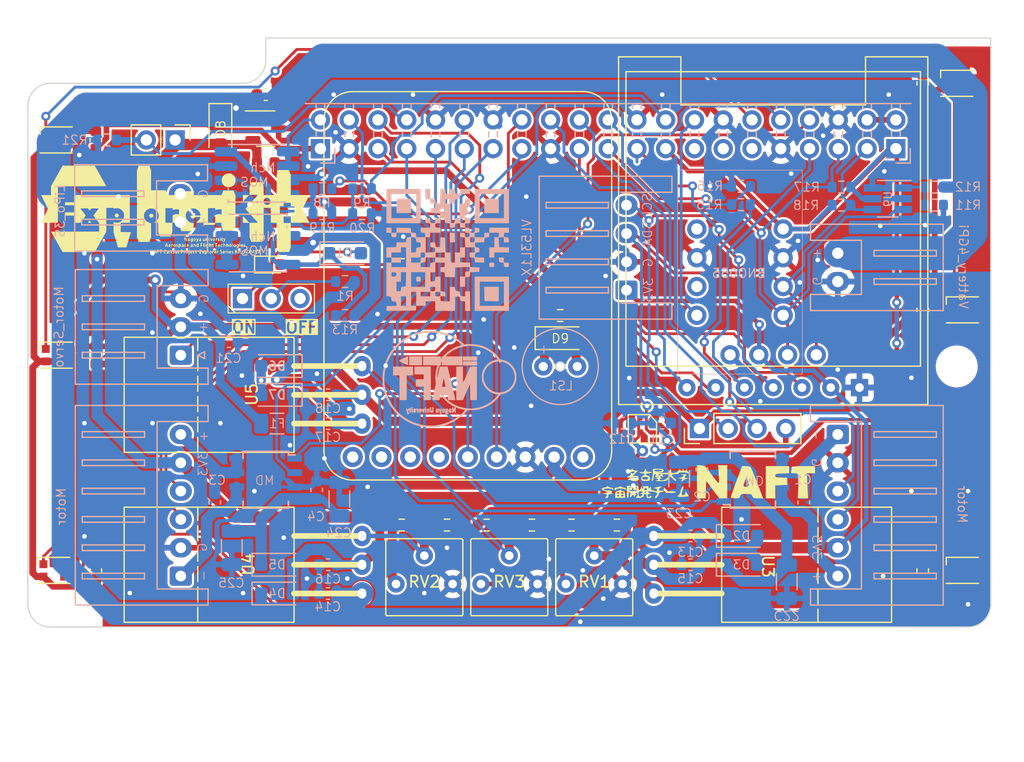
<source format=kicad_pcb>
(kicad_pcb (version 20221018) (generator pcbnew)
  (layers (0 "F.Cu" signal) (31 "B.Cu" signal) (34 "B.Paste" user) (35 "F.Paste" user) (36 "B.SilkS" user "B.Silkscreen") (37 "F.SilkS" user "F.Silkscreen") (38 "B.Mask" user) (39 "F.Mask" user) (44 "Edge.Cuts" user))
  (net 0 "")
  (net 1 "VOL_6V_M1")
  (net 2 "GND")
  (net 3 "VOL_6V_M2")
  (net 4 "VOL_5V")
  (net 5 "GND_tmp")
  (net 6 "VOL_11.1V")
  (net 7 "VOL_5V_LiPo")
  (net 8 "Net-(D1-K)")
  (net 9 "Net-(D1-A)")
  (net 10 "Net-(D2-A)")
  (net 11 "Net-(D10-DO)")
  (net 12 "SDA")
  (net 13 "SCL")
  (net 14 "RX")
  (net 15 "TX")
  (net 16 "VOL_3V3")
  (net 17 "LED_DATA")
  (net 18 "Servo_PWM")
  (net 19 "Net-(D11-DO)")
  (net 20 "Net-(D12-DO)")
  (net 21 "Net-(M2-Motor-)")
  (net 22 "Net-(M2-Motor+)")
  (net 23 "Net-(SW1A-B)")
  (net 25 "Net-(D13-DO)")
  (net 26 "VOL_3V3_LiPo")
  (net 27 "RESET_BNO")
  (net 28 "RESET_Display")
  (net 29 "DATA")
  (net 30 "MotorR_A")
  (net 31 "MotorR_B")
  (net 32 "MOSI")
  (net 33 "EncodeR_A")
  (net 34 "CLK")
  (net 35 "EncodeR_B")
  (net 36 "MotorL_A")
  (net 37 "CS")
  (net 38 "MotorL_B")
  (net 39 "Trig")
  (net 40 "Echo")
  (net 41 "Speaker")
  (net 42 "FlightPin")
  (net 44 "EncodeL_A")
  (net 45 "EncodeL_B")
  (net 46 "Net-(M3-Motor-)")
  (net 47 "Net-(M3-Motor+)")
  (net 50 "Net-(J8-Pin_2)")
  (net 51 "Fan_Contrl")
  (net 52 "Net-(R19-Pad2)")
  (net 53 "Net-(D4-A)")
  (net 54 "Net-(D6-A)")
  (net 55 "Net-(D7-K)")
  (net 56 "Net-(D9-A)")
  (net 57 "Net-(D14-DO)")
  (net 59 "Net-(D16-A)")
  (net 60 "Net-(U3-ADJ)")
  (net 61 "Net-(R3-Pad2)")
  (net 62 "Net-(U4-ADJ)")
  (net 63 "Net-(R5-Pad2)")
  (net 64 "Net-(U5-ADJ)")
  (net 65 "Net-(R7-Pad2)")
  (net 66 "Net-(R20-Pad1)")
  (net 67 "Net-(U9-Vin+)")
  (net 68 "Net-(U11-Echo)")
  (net 69 "Net-(U1-D-Pad5)")
  (footprint "2023NAFT_Library:regulator_variable" (layer "F.Cu") (at 150.5 156.5 90)
    (fp_text reference "U5")
    (fp_text value "LM317_TO-220F")
  )
  (footprint "Resistor_SMD:R_0603_1608Metric" (layer "F.Cu") (at 179 168 180)
    (fp_text reference "R2")
    (fp_text value "100")
  )
  (footprint "LED_SMD:LED_WS2812B-2020_PLCC4_2.0x2.0mm" (layer "F.Cu") (at 129.5 134)
    (fp_text reference "D10")
    (fp_text value "RGB_LED")
  )
  (footprint "Capacitor_SMD:C_0603_1608Metric" (layer "F.Cu") (at 206 172 90)
    (fp_text reference "C8")
    (fp_text value "0.1uF")
  )
  (footprint "2023NAFT_Library:regulator_variable" (layer "F.Cu") (at 150.5 171.5 90)
    (fp_text reference "U4")
    (fp_text value "LM317_TO-220F")
  )
  (footprint "LED_SMD:LED_WS2812B-2020_PLCC4_2.0x2.0mm" (layer "F.Cu") (at 209.5 172)
    (fp_text reference "D13")
    (fp_text value "RGB_LED")
  )
  (footprint "2023NAFT_Library:Potentiometer_063P" (layer "F.Cu") (at 177 172)
    (fp_text reference "RV1")
    (fp_text value "R_Potentiometer_500")
  )
  (footprint "Diode_SMD:D_SOD-123F" (layer "F.Cu") (at 144 133 -90)
    (fp_text reference "D8")
    (fp_text value "D")
  )
  (footprint "Connector_PinHeader_2.54mm:PinHeader_1x04_P2.54mm_Vertical" (layer "F.Cu") (at 186.29 159.47 90)
    (fp_text reference "U11" hide)
    (fp_text value "HC-SR04")
  )
  (footprint "Resistor_SMD:R_0603_1608Metric" (layer "F.Cu") (at 160 145 180)
    (fp_text reference "R14")
    (fp_text value "10k")
  )
  (footprint "MountingHole:MountingHole_3.2mm_M3" (layer "F.Cu") (at 209 154)
    (fp_text reference "REF**")
    (fp_text value "MountingHole_3.2mm_M3")
  )
  (footprint "Capacitor_SMD:C_0603_1608Metric" (layer "F.Cu") (at 206 129 90)
    (fp_text reference "C9")
    (fp_text value "0.1uF")
  )
  (footprint "LED_SMD:LED_WS2812B-2020_PLCC4_2.0x2.0mm" (layer "F.Cu") (at 209 129)
    (fp_text reference "D15")
    (fp_text value "RGB_LED")
  )
  (footprint "Resistor_SMD:R_0603_1608Metric" (layer "F.Cu") (at 174 149.5)
    (fp_text reference "R10")
    (fp_text value "1k")
  )
  (footprint "Resistor_SMD:R_0603_1608Metric" (layer "F.Cu") (at 171.5 168)
    (fp_text reference "R7")
    (fp_text value "100")
  )
  (footprint "Connector_PinHeader_2.54mm:PinHeader_1x02_P2.54mm_Vertical" (layer "F.Cu") (at 140 134 -90)
    (fp_text reference "J6")
    (fp_text value "Flight_Pin")
  )
  (footprint "Package_TO_SOT_SMD:SOT-23-3" (layer "F.Cu") (at 148 133)
    (fp_text reference "U6")
    (fp_text value "AP7375")
  )
  (footprint "Resistor_SMD:R_0603_1608Metric" (layer "F.Cu") (at 164 168 180)
    (fp_text reference "R4")
    (fp_text value "100")
  )
  (footprint "LOGO" (layer "F.Cu") (at 140.18 139.9)
    (fp_text reference "G***" hide)
    (fp_text value "LOGO" hide)
  )
  (footprint "LED_SMD:LED_0603_1608Metric" (layer "F.Cu") (at 148.5 145)
    (fp_text reference "D16")
    (fp_text value "LED")
  )
  (footprint "2023NAFT_Library:SSD1331" (layer "F.Cu") (at 192.8 142.01 180)
    (fp_text reference "U15" hide)
    (fp_text value "SSD1331")
  )
  (footprint "Capacitor_SMD:C_0603_1608Metric" (layer "F.Cu") (at 148 136)
    (fp_text reference "C20")
    (fp_text value "10uF")
  )
  (footprint "2023NAFT_Library:UltimateGPS" (layer "F.Cu") (at 165.84 146.877)
    (fp_text reference "U10" hide)
    (fp_text value "UltimateGPS")
  )
  (footprint "2023NAFT_Library:regulator_variable" (layer "F.Cu") (at 188.25 171.5 -90)
    (fp_text reference "U3")
    (fp_text value "LM317_TO-220F")
  )
  (footprint "Diode_SMD:D_SOD-123F" (layer "F.Cu") (at 174 151.5)
    (fp_text reference "D9")
    (fp_text value "D")
  )
  (footprint "2023NAFT_Library:BME280_SMD" (layer "F.Cu") (at 181.25 159.5)
    (fp_text reference "U14")
    (fp_text value "BME280")
  )
  (footprint "LED_SMD:LED_WS2812B-2020_PLCC4_2.0x2.0mm" (layer "F.Cu") (at 129.29 172)
    (fp_text reference "D12")
    (fp_text value "RGB_LED")
  )
  (footprint "2023NAFT_Library:Potentiometer_063P" (layer "F.Cu") (at 162 172)
    (fp_text reference "RV2")
    (fp_text value "R_Potentiometer_500")
  )
  (footprint "LOGO" (layer "F.Cu") (at 187.24 163.98)
    (fp_text reference "G***" hide)
    (fp_text value "LOGO" hide)
  )
  (footprint "Resistor_SMD:R_0603_1608Metric" (layer "F.Cu") (at 175 168 180)
    (fp_text reference "R3")
    (fp_text value "100")
  )
  (footprint "2023NAFT_Library:Potentiometer_063P" (layer "F.Cu") (at 169.5 172)
    (fp_text reference "RV3")
    (fp_text value "R_Potentiometer_500")
  )
  (footprint "Capacitor_SMD:C_0603_1608Metric" (layer "F.Cu") (at 133 134 90)
    (fp_text reference "C5")
    (fp_text value "0.1uF")
  )
  (footprint "LED_SMD:LED_WS2812B-2020_PLCC4_2.0x2.0mm" (layer "F.Cu") (at 129.5 153)
    (fp_text reference "D11")
    (fp_text value "RGB_LED")
  )
  (footprint "LED_SMD:LED_WS2812B-2020_PLCC4_2.0x2.0mm" (layer "F.Cu") (at 209.5 149)
    (fp_text reference "D14")
    (fp_text value "RGB_LED")
  )
  (footprint "Resistor_SMD:R_0603_1608Metric" (layer "F.Cu") (at 167.5 168)
    (fp_text reference "R6")
    (fp_text value "100")
  )
  (footprint "Capacitor_SMD:C_0603_1608Metric" (layer "F.Cu") (at 148 130)
    (fp_text reference "C19")
    (fp_text value "1uF")
  )
  (footprint "Capacitor_SMD:C_0603_1608Metric" (layer "F.Cu") (at 206 149 90)
    (fp_text reference "C10")
    (fp_text value "0.1uF")
  )
  (footprint "2023NAFT_Library:SSD1306" (layer "F.Cu") (at 192.8 140.97 180)
    (fp_text reference "U16")
    (fp_text value "SSD1306")
  )
  (footprint "Resistor_SMD:R_0603_1608Metric" (layer "F.Cu") (at 160 168 180)
    (fp_text reference "R5")
    (fp_text value "100")
  )
  (footprint "2023NAFT_Library:Switch" (layer "F.Cu") (at 148.5 148 90)
    (fp_text reference "SW1")
    (fp_text value "SW_DPDT_x2")
  )
  (footprint "Capacitor_SMD:C_0603_1608Metric" (layer "F.Cu") (at 133 172 90)
    (fp_text reference "C7")
    (fp_text value "0.1uF")
  )
  (footprint "Capacitor_SMD:C_0603_1608Metric" (layer "F.Cu") (at 133 153 90)
    (fp_text reference "C6")
    (fp_text value "0.1uF")
  )
  (footprint "Resistor_SMD:R_0603_1608Metric" (layer "B.Cu") (at 207 139.75)
    (fp_text reference "R11")
    (fp_text value "1k")
  )
  (footprint "Capacitor_SMD:C_0603_1608Metric" (layer "B.Cu") (at 153.5 171.5 180)
    (fp_text reference "C16")
    (fp_text value "1uF")
  )
  (footprint "Connector_PinHeader_2.54mm:PinHeader_2x20_P2.54mm_Horizontal" (layer "B.Cu") (at 179.5 134.77 90)
    (fp_text reference "J1")
    (fp_text value "Conn_02x20_Odd_Even" hide)
  )
  (footprint "LOGO" (layer "B.Cu") (at 164.17 155.14 180)
    (fp_text reference "G***" hide)
    (fp_text value "LOGO" hide)
  )
  (footprint "Connector_JST:JST_XH_S6B-XH-A_1x06_P2.50mm_Horizontal" (layer "B.Cu") (at 140.5 172.5 90)
    (fp_text reference "M3")
    (fp_text value "FIT0520")
  )
  (footprint "Resistor_SMD:R_0603_1608Metric" (layer "B.Cu") (at 207 138.16 180)
    (fp_text reference "R12")
    (fp_text value "10k")
  )
  (footprint "Capacitor_SMD:C_0603_1608Metric" (layer "B.Cu") (at 185.5 168.96)
    (fp_text reference "C13")
    (fp_text value "1uF")
  )
  (footprint "Resistor_SMD:R_0603_1608Metric" (layer "B.Cu") (at 198.82 138.16 180)
    (fp_text reference "R17")
    (fp_text value "10k")
  )
  (footprint "Resistor_SMD:R_0603_1608Metric" (layer "B.Cu") (at 153 138.3 180)
    (fp_text reference "R8")
    (fp_text value "100")
  )
  (footprint "2023NAFT_Library:BNO055" (layer "B.Cu") (at 189.87 145.67 180)
    (fp_text reference "U12")
    (fp_text value "BNO055")
  )
  (footprint "Capacitor_SMD:C_0603_1608Metric" (layer "B.Cu") (at 186.5 163.09 -90)
    (fp_text reference "C2")
    (fp_text value "0.1uF")
  )
  (footprint "Capacitor_SMD:C_0603_1608Metric" (layer "B.Cu") (at 153.5 174.04 180)
    (fp_text reference "C14")
    (fp_text value "1uF")
  )
  (footprint "Diode_SMD:D_SOD-123F" (layer "B.Cu") (at 155 144)
    (fp_text reference "D1")
    (fp_text value "D")
  )
  (footprint "Fuse:Fuse_1206_3216Metric" (layer "B.Cu") (at 149 159.04 180)
    (fp_text reference "F1")
    (fp_text value "Polyfuse")
  )
  (footprint "Capacitor_SMD:C_1206_3216Metric" (layer "B.Cu") (at 154.5 165.7 90)
    (fp_text reference "C24")
    (fp_text value "100uF")
  )
  (footprint "2023NAFT_Library:UGCM0603APE_Speaker" (layer "B.Cu") (at 174 154)
    (fp_text reference "LS1")
    (fp_text value "Speaker")
    (fp_circle (center 0 0) (end 0.4 0) (stroke (width 0.12)) (fill none) (layer "Edge.Cuts"))
  )
  (footprint "LOGO" (layer "B.Cu") (at 164.09 143.54 180)
    (fp_text reference "G***" hide)
    (fp_text value "LOGO" hide)
  )
  (footprint "Resistor_SMD:R_0603_1608Metric" (layer "B.Cu") (at 156.5 140.5)
    (fp_text reference "R20")
    (fp_text value "10k")
  )
  (footprint "Resistor_SMD:R_0603_1608Metric" (layer "B.Cu") (at 189.95 138.1 180)
    (fp_text reference "R16")
    (fp_text value "10k")
  )
  (footprint "Capacitor_SMD:C_0603_1608Metric" (layer "B.Cu") (at 144.75 151.8)
    (fp_text reference "C21")
    (fp_text value "10uF")
  )
  (footprint "Diode_SMD:D_SOD-123F" (layer "B.Cu") (at 190 171.5)
    (fp_text reference "D3")
    (fp_text value "D")
  )
  (footprint "Capacitor_SMD:C_1206_3216Metric" (layer "B.Cu") (at 194 173 -90)
    (fp_text reference "C22")
    (fp_text value "100uF")
  )
  (footprint "Resistor_SMD:R_0603_1608Metric" (layer "B.Cu") (at 134 134 180)
    (fp_text reference "R21")
    (fp_text value "10k")
  )
  (footprint "2023NAFT_Library:AM2837_MD" (layer "B.Cu") (at 191 164)
    (fp_text reference "U7")
    (fp_text value "AM2837_MD")
  )
  (footprint "2023NAFT_Library:Dual_NMOS" (layer "B.Cu") (at 147.32 143.1 180)
    (fp_text reference "U1")
    (fp_text value "Dual_N_MOS")
  )
  (footprint "Capacitor_SMD:C_0603_1608Metric" (layer "B.Cu") (at 153.5 159.04 180)
    (fp_text reference "C17")
    (fp_text value "1uF")
  )
  (footprint "Resistor_SMD:R_0603_1608Metric" (layer "B.Cu") (at 198.82 139.75)
    (fp_text reference "R18")
    (fp_text value "10k")
  )
  (footprint "Diode_SMD:D_SOD-123F" (layer "B.Cu") (at 149 156.5 180)
    (fp_text reference "D7")
    (fp_text value "D")
  )
  (footprint "2023NAFT_Library:Dual_NMOS" (layer "B.Cu") (at 147.24 136.94)
    (fp_text reference "U2")
    (fp_text value "Dual_N_MOS")
  )
  (footprint "2023NAFT_Library:AM2837_MD" (layer "B.Cu") (at 148 164 180)
    (fp_text reference "U8")
    (fp_text value "AM2837_MD")
  )
  (footprint "Resistor_SMD:R_0603_1608Metric" (layer "B.Cu") (at 189.955 139.71)
    (fp_text reference "R15")
    (fp_text value "10k")
  )
  (footprint "Resistor_SMD:R_0603_1608Metric" (layer "B.Cu") (at 155 146.5 180)
    (fp_text reference "R1")
    (fp_text value "100")
  )
  (footprint "Capacitor_SMD:C_0603_1608Metric" (layer "B.Cu") (at 185.5 171.5 180)
    (fp_text reference "C15")
    (fp_text value "1uF")
  )
  (footprint "Capacitor_SMD:C_0603_1608Metric" (layer "B.Cu") (at 153.5 156.5 180)
    (fp_text reference "C18")
    (fp_text value "1uF")
  )
  (footprint "Capacitor_SMD:C_0603_1608Metric" (layer "B.Cu") (at 182.995 159)
    (fp_text reference "C11")
    (fp_text value "0.1uF")
  )
  (footprint "Resistor_SMD:R_0603_1608Metric" (layer "B.Cu") (at 155 149.5)
    (fp_text reference "R13")
    (fp_text value "10k")
  )
  (footprint "Connector_JST:JST_XH_S6B-XH-A_1x06_P2.50mm_Horizontal" (layer "B.Cu") (at 198.5 160 -90)
    (fp_text reference "M2")
    (fp_text value "FIT0520")
  )
  (footprint "Connector_JST:JST_XH_S2B-XH-A_1x02_P2.50mm_Horizontal" (layer "B.Cu") (at 198.5 144 -90)
    (fp_text reference "J3")
    (fp_text value "Vattery_4GPi")
  )
  (footprint "Connector_JST:JST_XH_S3B-XH-A_1x03_P2.50mm_Horizontal" (layer "B.Cu") (at 140.5 153 90)
    (fp_text reference "M1")
    (fp_text value "Motor_Servo")
  )
  (footprint "Capacitor_SMD:C_0603_1608Metric" (layer "B.Cu") (at 152.5 164.9 90)
    (fp_text reference "C4")
    (fp_text value "0.1uF")
  )
  (footprint "Capacitor_SMD:C_1206_3216Metric" (layer "B.Cu") (at 145 170 -90)
    (fp_text reference "C25")
    (fp_text value "100uF")
  )
  (footprint "Resistor_SMD:R_0603_1608Metric" (layer "B.Cu") (at 156.5 138.3 180)
    (fp_text reference "R9")
    (fp_text value "100")
  )
  (footprint "Diode_SMD:D_SOD-123F" (layer "B.Cu") (at 149 153.96 180)
    (fp_text reference "D6")
    (fp_text value "D")
  )
  (footprint "Capacitor_SMD:C_0603_1608Metric" (layer "B.Cu") (at 143.5 166 -90)
    (fp_text reference "C3")
    (fp_text value "0.1uF")
  )
  (footprint "Diode_SMD:D_SOD-123F" (layer "B.Cu") (at 149 171.5)
    (fp_text reference "D5")
    (fp_text value "D")
  )
  (footprint "Resistor_SMD:R_0603_1608Metric" (layer "B.Cu") (at 153 140.5 180)
    (fp_text reference "R19")
    (fp_text value "10k")
  )
  (footprint "Capacitor_SMD:C_0603_1608Metric" (layer "B.Cu") (at 179.5 159 180)
    (fp_text reference "C12")
    (fp_text value "0.1uF")
  )
  (footprint "Diode_SMD:D_SOD-123F" (layer "B.Cu") (at 149 174.04)
    (fp_text reference "D4")
    (fp_text value "D")
  )
  (footprint "Connector_JST:JST_XH_S4B-XH-A-1_1x04_P2.50mm_Horizontal" (layer "B.Cu") (at 179.85 147.26 90)
    (fp_text reference "U13")
    (fp_text value "VL53L1X")
  )
  (footprint "Capacitor_SMD:C_0603_1608Metric" (layer "B.Cu") (at 195.5 166 90)
    (fp_text reference "C1")
    (fp_text value "0.1uF")
  )
  (footprint "Diode_SMD:D_SOD-123F" (layer "B.Cu") (at 190 168.96)
    (fp_text reference "D2")
    (fp_text value "D")
  )
  (footprint "Connector_PinHeader_2.54mm:PinHeader_2x01_P2.54mm_Horizontal" (layer "B.Cu") (at 152.83 134.77 90)
    (fp_text reference "J8")
    (fp_text value "Fan_connect")
  )
  (footprint "Capacitor_SMD:C_1206_3216Metric" (layer "B.Cu") (at 184.5 163.915 -90)
    (fp_text reference "C23")
    (fp_text value "100uF")
  )
  (footprint "Connector_JST:JST_XH_S2B-XH-A_1x02_P2.50mm_Horizontal" (layer "B.Cu") (at 140.45 141.25 90)
    (fp_text reference "J2")
    (fp_text value "LiPo_3S")
  )
  (footprint "Package_TO_SOT_SMD:SOT-23-6_Handsoldering" (layer "B.Cu") (at 202.91 139.19 180)
    (fp_text reference "U9")
    (fp_text value "MCP3421")
  )
  (gr_line (start 210 177) (end 129 177) (stroke (width 0.1)) (layer "Edge.Cuts"))
  (gr_line (start 148 127) (end 148 125) (stroke (width 0.1)) (layer "Edge.Cuts"))
  (gr_arc (start 148 127) (mid 147.414214 128.414214) (end 146 129) (stroke (width 0.1)) (layer "Edge.Cuts"))
  (gr_arc (start 212 175) (mid 211.414214 176.414214) (end 210 177) (stroke (width 0.1)) (layer "Edge.Cuts"))
  (gr_line (start 127 131) (end 127 175) (stroke (width 0.1)) (layer "Edge.Cuts"))
  (gr_line (start 212 175) (end 212 125) (stroke (width 0.1)) (layer "Edge.Cuts"))
  (gr_arc (start 127 131) (mid 127.585786 129.585786) (end 129 129) (stroke (width 0.1)) (layer "Edge.Cuts"))
  (gr_line (start 148 125) (end 212 125) (stroke (width 0.1)) (layer "Edge.Cuts"))
  (gr_arc (start 129 177) (mid 127.585786 176.414214) (end 127 175) (stroke (width 0.1)) (layer "Edge.Cuts"))
  (gr_line (start 129 129) (end 146 129) (stroke (width 0.1)) (layer "Edge.Cuts"))
  (gr_text "3V3" (at 142.93 161.42 90) (layer "B.SilkS") (effects (font (size 0.8 0.8) (thickness 0.08)) (justify left bottom mirror)))
  (gr_text "+" (at 142.93 140.72 90) (layer "B.SilkS") (effects (font (size 0.8 0.8) (thickness 0.08)) (justify left bottom mirror)))
  (gr_text "Motor" (at 209.03 167.9 -90) (layer "B.SilkS") (effects (font (size 0.8 0.8) (thickness 0.1)) (justify left bottom mirror)))
  (gr_text "+" (at 142.97 159.62 90) (layer "B.SilkS") (effects (font (size 0.8 0.8) (thickness 0.08)) (justify left bottom mirror)))
  (gr_text "G" (at 196.2 146.93 -90) (layer "B.SilkS") (effects (font (size 0.8 0.8) (thickness 0.08)) (justify left bottom mirror)))
  (gr_text "Nch \n MOS" (at 148.93 138.2) (layer "B.SilkS") (effects (font (size 0.8 0.8) (thickness 0.1)) (justify left bottom mirror)))
  (gr_text "G" (at 182.22 144.37 90) (layer "B.SilkS") (effects (font (size 0.8 0.8) (thickness 0.08)) (justify left bottom mirror)))
  (gr_text "G" (at 196.13 162.94 -90) (layer "B.SilkS") (effects (font (size 0.8 0.8) (thickness 0.08)) (justify left bottom mirror)))
  (gr_text "Nch \n MOS" (at 148.93 144.27) (layer "B.SilkS") (effects (font (size 0.8 0.8) (thickness 0.1)) (justify left bottom mirror)))
  (gr_text "-" (at 142.95 171.93 90) (layer "B.SilkS") (effects (font (size 0.8 0.8) (thickness 0.08)) (justify left bottom mirror)))
  (gr_text "+" (at 197.1 143.47 90) (layer "B.SilkS") (effects (font (size 0.8 0.8) (thickness 0.08)) (justify left bottom mirror)))
  (gr_text "3V3" (at 196.18 171.1 270) (layer "B.SilkS") (effects (font (size 0.8 0.8) (thickness 0.08)) (justify left bottom mirror)))
  (gr_text "SDA" (at 182.17 141.09 90) (layer "B.SilkS") (effects (font (size 0.8 0.8) (thickness 0.08)) (justify left bottom mirror)))
  (gr_text "3V3" (at 182.24 146.09 90) (layer "B.SilkS") (effects (font (size 0.8 0.8) (thickness 0.08)) (justify left bottom mirror)))
  (gr_text "SCL" (at 182.15 138.63 90) (layer "B.SilkS") (effects (font (size 0.8 0.8) (thickness 0.08)) (justify left bottom mirror)))
  (gr_text "G" (at 142.88 169.5 90) (layer "B.SilkS") (effects (font (size 0.8 0.8) (thickness 0.08)) (justify left bottom mirror)))
  (gr_text "+" (at 142.93 149.99 90) (layer "B.SilkS") (effects (font (size 0.8 0.8) (thickness 0.08)) (justify left bottom mirror)))
  (gr_text "G" (at 143.01 147.54 90) (layer "B.SilkS") (effects (font (size 0.8 0.8) (thickness 0.08)) (justify left bottom mirror)))
  (gr_text "+" (at 196.22 173.1 270) (layer "B.SilkS") (effects (font (size 0.8 0.8) (thickness 0.08)) (justify left bottom mirror)))
  (gr_text "Motor" (at 130.4 164.64 90) (layer "B.SilkS") (effects (font (size 0.8 0.8) (thickness 0.1)) (justify left bottom mirror)))
  (gr_text "G" (at 142.96 138.29 90) (layer "B.SilkS") (effects (font (size 0.8 0.8) (thickness 0.08)) (justify left bottom mirror)))
  (gr_text "MD" (at 148.82 164.53) (layer "B.SilkS") (effects (font (size 0.8 0.8) (thickness 0.08)) (justify left bottom mirror)))
  (gr_text "MD" (at 190.23 163.59 180) (layer "B.SilkS") (effects (font (size 0.8 0.8) (thickness 0.08)) (justify left bottom mirror)))
  (gr_text "-" (at 196.17 160.59 270) (layer "B.SilkS") (effects (font (size 0.8 0.8) (thickness 0.08)) (justify left bottom mirror)))
  (gr_text "+" (at 172.96 151.96 90) (layer "B.SilkS") (effects (font (size 0.8 0.8) (thickness 0.08)) (justify left bottom mirror)))
  (gr_text "OFF" (at 149.65 151.14) (layer "F.SilkS" knockout) (effects (font (size 1 1) (thickness 0.2) bold) (justify left bottom)))
  (gr_text "ON" (at 144.9 151.14) (layer "F.SilkS" knockout) (effects (font (size 1 1) (thickness 0.2) bold) (justify left bottom)))
  (segment (start 186.72 162.095) (end 186.5 162.315) (width 1) (layer "B.Cu") (net 1))
  (segment (start 186.5 162.315) (end 184.625 162.315) (width 1) (layer "B.Cu") (net 1))
  (segment (start 188.6 171.5) (end 190.04 172.94) (width 1) (layer "B.Cu") (net 1))
  (segment (start 190.04 172.94) (end 192.585 172.94) (width 1) (layer "B.Cu") (net 1))
  (segment (start 190.8565 165.2065) (end 190.8565 163.4215) (width 1) (layer "B.Cu") (net 1))
  (segment (start 188.45 162.095) (end 186.72 162.095) (width 1) (layer "B.Cu") (net 1))
  (segment (start 189.53 162.095) (end 188.45 162.095) (width 1) (layer "B.Cu") (net 1))
  (segment (start 184.625 162.315) (end 184.5 162.44) (width 0.6) (layer "B.Cu") (net 1))
  (segment (start 190.8565 163.4215) (end 189.53 162.095) (width 1) (layer "B.Cu") (net 1))
  (segment (start 192.585 172.94) (end 194 171.525) (width 1) (layer "B.Cu") (net 1))
  (segment (start 194 170.9447) (end 194 168.35) (width 1) (layer "B.Cu") (net 1))
  (segment (start 189.6001 162.095) (end 188.45 162.095) (width 0.6) (layer "B.Cu") (net 1))
  (segment (start 194 168.35) (end 190.8565 165.2065) (width 1) (layer "B.Cu") (net 1))
  (segment (start 138.6999 140.2901) (end 138.6999 142.2037) (width 1) (layer "F.Cu") (net 2))
  (segment (start 139.5595 143.0633) (end 152.1839 143.0633) (width 1) (layer "F.Cu") (net 2))
  (segment (start 140.45 138.75) (end 140.24 138.75) (width 1) (layer "F.Cu") (net 2))
  (segment (start 138.6999 142.2037) (end 139.5595 143.0633) (width 1) (layer "F.Cu") (net 2))
  (segment (start 140.24 138.75) (end 138.6999 140.2901) (width 1) (layer "F.Cu") (net 2))
  (via (at 152.1839 143.0633) (size 1) (drill 0.5) (layers "F.Cu" "B.Cu") (net 2))
  (segment (start 157.0736 142.6941) (end 152.5531 142.6941) (width 1) (layer "B.Cu") (net 2))
  (segment (start 151.5122 143.735) (end 152.1839 143.0633) (width 1) (layer "B.Cu") (net 2))
  (segment (start 155.825 149.5) (end 157.6639 147.6611) (width 1) (layer "B.Cu") (net 2))
  (segment (start 150.07 143.735) (end 151.5122 143.735) (width 1) (layer "B.Cu") (net 2))
  (segment (start 152.5531 142.6941) (end 152.1839 143.0633) (width 1) (layer "B.Cu") (net 2))
  (segment (start 157.6639 147.6611) (end 157.6639 143.2844) (width 1) (layer "B.Cu") (net 2))
  (segment (start 157.6639 143.2844) (end 157.0736 142.6941) (width 1) (layer "B.Cu") (net 2))
  (segment (start 152.5 165.675) (end 151.9301 165.675) (width 0.6) (layer "B.Cu") (net 3))
  (segment (start 154.5 167.175) (end 153 165.675) (width 0.6) (layer "B.Cu") (net 3))
  (segment (start 150.55 165.905) (end 151.7001 165.905) (width 0.6) (layer "B.Cu") (net 3))
  (segment (start 149.395 165.675) (end 147.6 167.47) (width 1) (layer "B.Cu") (net 3))
  (segment (start 147.6 168.525) (end 147.6 171.5) (width 1) (layer "B.Cu") (net 3))
  (segment (start 152.5 165.675) (end 149.395 165.675) (width 1) (layer "B.Cu") (net 3))
  (segment (start 153 165.675) (end 152.5 165.675) (width 0.6) (layer "B.Cu") (net 3))
  (segment (start 147.6 168.525) (end 145 168.525) (width 1) (layer "B.Cu") (net 3))
  (segment (start 151.9301 165.675) (end 151.7001 165.905) (width 0.6) (layer "B.Cu") (net 3))
  (segment (start 147.6 167.47) (end 147.6 168.525) (width 1) (layer "B.Cu") (net 3))
  (segment (start 201.09 132.23) (end 203.63 132.23) (width 0.5) (layer "F.Cu") (net 4))
  (segment (start 209.2397 128.4502) (end 209.2397 136.2129) (width 0.25) (layer "F.Cu") (net 5))
  (segment (start 180.2 159.175) (end 180.9251 159.175) (width 0.25) (layer "F.Cu") (net 5))
  (segment (start 154.7825 134.77) (end 154.7825 134.5497) (width 0.25) (layer "F.Cu") (net 5))
  (segment (start 153.814395 136) (end 152.07 136) (width 0.25) (layer "F.Cu") (net 5))
  (segment (start 140.5 147.4124) (end 140.5 147.4123) (width 0.25) (layer "F.Cu") (net 5))
  (segment (start 180.9251 157.9998) (end 180.9251 159.175) (width 0.25) (layer "F.Cu") (net 5))
  (segment (start 131.0901 152.45) (end 131.0901 169.8898) (width 0.25) (layer "F.Cu") (net 5))
  (segment (start 209.2399 128.45) (end 209.2397 128.4502) (width 0.25) (layer "F.Cu") (net 5))
  (segment (start 180.645 160.475) (end 180.9251 160.1949) (width 0.25) (layer "F.Cu") (net 5))
  (segment (start 130.415 152.45) (end 131.0901 152.45) (width 0.25) (layer "F.Cu") (net 5))
  (segment (start 154.247198 135.567198) (end 154.247198 135.566902) (width 0.5) (layer "F.Cu") (net 5))
  (segment (start 154.247198 135.566902) (end 154.7825 135.0316) (width 0.5) (layer "F.Cu") (net 5))
  (segment (start 180.2 160.475) (end 180.645 160.475) (width 0.25) (layer "F.Cu") (net 5))
  (segment (start 209.73 173.0748) (end 209.73 171.45) (width 0.25) (layer "F.Cu") (net 5))
  (segment (start 147.253604 146.14) (end 147.7125 145.681104) (width 0.25) (layer "F.Cu") (net 5))
  (segment (start 137.8127 147.4123) (end 133 152.225) (width 0.25) (layer "F.Cu") (net 5))
  (segment (start 131.0901 169.8898) (end 130.205 170.7749) (width 0.25) (layer "F.Cu") (net 5))
  (segment (start 180.9252 157.9998) (end 180.9251 157.9998) (width 0.25) (layer "F.Cu") (net 5))
  (segment (start 209.73 171.45) (end 210.415 171.45) (width 0.25) (layer "F.Cu") (net 5))
  (segment (start 131.3151 152.225) (end 131.0901 152.45) (width 0.25) (layer "F.Cu") (net 5))
  (segment (start 140.5 147.4123) (end 137.8127 147.4123) (width 0.25) (layer "F.Cu") (net 5))
  (segment (start 151.74 136.33) (end 151.41 136) (width 0.25) (layer "F.Cu") (net 5))
  (segment (start 209.7399 173.0847) (end 209.73 173.0748) (width 0.25) (layer "F.Cu") (net 5))
  (segment (start 151.41 136) (end 148.775 136) (width 0.25) (layer "F.Cu") (net 5))
  (segment (start 133 152.225) (end 131.3151 152.225) (width 0.25) (layer "F.Cu") (net 5))
  (segment (start 130.205 171.45) (end 130.205 170.7749) (width 0.25) (layer "F.Cu") (net 5))
  (segment (start 152.07 136) (end 151.74 136.33) (width 0.25) (layer "F.Cu") (net 5))
  (segment (start 140.5 148) (end 140.5 147.4124) (width 0.25) (layer "F.Cu") (net 5))
  (segment (start 147.7125 145.681104) (end 147.7125 145) (width 0.25) (layer "F.Cu") (net 5))
  (segment (start 147.24 146.14) (end 147.253604 146.14) (width 0.25) (layer "F.Cu") (net 5))
  (segment (start 146.5552 146.8248) (end 147.24 146.14) (width 0.25) (layer "F.Cu") (net 5))
  (segment (start 154.247198 135.567198) (end 153.814395 136) (width 0.25) (layer "F.Cu") (net 5))
  (segment (start 180.9251 160.1949) (end 180.9251 159.175) (width 0.25) (layer "F.Cu") (net 5))
  (via (at 150.14 160.95) (size 0.8) (drill 0.4) (layers "F.Cu" "B.Cu") (net 5))
  (via (at 202.25 141.58) (size 0.8) (drill 0.4) (layers "F.Cu" "B.Cu") (net 5))
  (via (at 173 171) (size 0.8) (drill 0.4) (layers "F.Cu" "B.Cu") (net 5))
  (via (at 180.09 155.02) (size 0.8) (drill 0.4) (layers "F.Cu" "B.Cu") (net 5))
  (via (at 132 169) (size 0.8) (drill 0.4) (layers "F.Cu" "B.Cu") (net 5))
  (via (at 155.194 172.72) (size 0.8) (drill 0.4) (layers "F.Cu" "B.Cu") (net 5))
  (via (at 177.8 174.498) (size 0.8) (drill 0.4) (layers "F.Cu" "B.Cu") (net 5))
  (via (at 202.5 172.5) (size 0.8) (drill 0.4) (layers "F.Cu" "B.Cu") (net 5))
  (via (at 149.59 169.11) (size 0.8) (drill 0.4) (layers "F.Cu" "B.Cu") (net 5))
  (via (at 176 172) (size 0.8) (drill 0.4) (layers "F.Cu" "B.Cu") (net 5))
  (via (at 136 174) (size 0.8) (drill 0.4) (layers "F.Cu" "B.Cu") (net 5))
  (via (at 178 146) (size 0.8) (drill 0.4) (layers "F.Cu" "B.Cu") (net 5))
  (via (at 168 172) (size 0.8) (drill 0.4) (layers "F.Cu" "B.Cu") (net 5))
  (via (at 183 130) (size 0.8) (drill 0.4) (layers "F.Cu" "B.Cu") (net 5))
  (via (at 138 144) (size 0.8) (drill 0.4) (layers "F.Cu" "B.Cu") (net 5))
  (via (at 138 151) (size 0.8) (drill 0.4) (layers "F.Cu" "B.Cu") (net 5))
  (via (at 191.66 157.06) (size 0.8) (drill 0.4) (layers "F.Cu" "B.Cu") (net 5))
  (via (at 203 130) (size 0.8) (drill 0.4) (layers "F.Cu" "B.Cu") (net 5))
  (via (at 131.54 135.33) (size 0.8) (drill 0.4) (layers "F.Cu" "B.Cu") (net 5))
  (via (at 132 159) (size 0.8) (drill 0.4) (layers "F.Cu" "B.Cu") (net 5))
  (via (at 142.23 149.35) (size 0.8) (drill 0.4) (layers "F.Cu" "B.Cu") (net 5))
  (via (at 161 130) (size 0.8) (drill 0.4) (layers "F.Cu" "B.Cu") (net 5))
  (via (at 210 165) (size 0.8) (drill 0.4) (layers "F.Cu" "B.Cu") (net 5))
  (via (at 132 144) (size 0.8) (drill 0.4) (layers "F.Cu" "B.Cu") (net 5))
  (via (at 182.83 157.54) (size 0.8) (drill 0.4) (layers "F.Cu" "B.Cu") (net 5))
  (via (at 198.5 154.27) (size 0.8) (drill 0.4) (layers "F.Cu" "B.Cu") (net 5))
  (via (at 205 155) (size 0.8) (drill 0.4) (layers "F.Cu" "B.Cu") (net 5))
  (via (at 157.87 149.37) (size 0.8) (drill 0.4) (layers "F.Cu" "B.Cu") (net 5))
  (via (at 179.99 163.2505) (size 0.8) (drill 0.4) (layers "F.Cu" "B.Cu") (net 5))
  (via (at 146.558 139.7) (size 0.8) (drill 0.4) (layers "F.Cu" "B.Cu") (net 5))
  (via (at 152.52 154.64) (size 0.8) (drill 0.4) (layers "F.Cu" "B.Cu") (net 5))
  (via (at 187.22 138.07) (size 0.8) (drill 0.4) (layers "F.Cu" "B.Cu") (net 5))
  (via (at 175.768 176.53) (size 0.8) (drill 0.4) (layers "F.Cu" "B.Cu") (net 5))
  (via (at 195.15 146.58) (size 0.8) (drill 0.4) (layers "F.Cu" "B.Cu") (net 5))
  (via (at 142 137) (size 0.8) (drill 0.4) (layers "F.Cu" "B.Cu") (net 5))
  (via (at 145.9 154.8) (size 0.8) (drill 0.4) (layers "F.Cu" "B.Cu") (net 5))
  (via (at 153.18 162.11) (size 0.8) (drill 0.4) (layers "F.Cu" "B.Cu") (net 5))
  (via (at 202.61 136.77) (size 0.8) (drill 0.4) (layers "F.Cu" "B.Cu") (net 5))
  (via (at 144 159) (size 0.8) (drill 0.4) (layers "F.Cu" "B.Cu") (net 5))
  (via (at 151.74 136.33) (size 0.8) (drill 0.4) (layers "F.Cu" "B.Cu") (net 5))
  (via (at 146 146) (size 0.8) (drill 0.4) (layers "F.Cu" "B.Cu") (net 5))
  (via (at 205 165) (size 0.8) (drill 0.4) (layers "F.Cu" "B.Cu") (net 5))
  (via (at 155.38 157.74) (size 0.8) (drill 0.4) (layers "F.Cu" "B.Cu") (net 5))
  (via (at 190 167.5) (size 0.8) (drill 0.4) (layers "F.Cu" "B.Cu") (net 5))
  (via (at 169.94 152.32) (size 0.8) (drill 0.4) (layers "F.Cu" "B.Cu") (net 5))
  (via (at 135 139) (size 0.8) (drill 0.4) (layers "F.Cu" "B.Cu") (net 5))
  (via (at 138 159) (size 0.8) (drill 0.4) (layers "F.Cu" "B.Cu") (net 5))
  (via (at 171 139) (size 0.8) (drill 0.4) (layers "F.Cu" "B.Cu") (net 5))
  (via (at 167.24 149.85) (size 0.8) (drill 0.4) (layers "F.Cu" "B.Cu") (net 5))
  (via (at 197.21 133.62) (size 0.8) (drill 0.4) (layers "F.Cu" "B.Cu") (net 5))
  (via (at 210 175) (size 0.8) (drill 0.4) (layers "F.Cu" "B.Cu") (net 5))
  (via (at 196.73 144.59) (size 0.8) (drill 0.4) (layers "F.Cu" "B.Cu") (net 5))
  (via (at 164 170) (size 0.8) (drill 0.4) (layers "F.Cu" "B.Cu") (net 5))
  (via (at 154 130) (size 0.8) (drill 0.4) (layers "F.Cu" "B.Cu") (net 5))
  (via (at 154.17 133.33) (size 0.8) (drill 0.4) (layers "F.Cu" "B.Cu") (net 5))
  (via (at 147 165) (size 0.8) (drill 0.4) (layers "F.Cu" "B.Cu") (net 5))
  (via (at 146 174) (size 0.8) (drill 0.4) (layers "F.Cu" "B.Cu") (net 5))
  (via (at 162 174) (size 0.8) (drill 0.4) (layers "F.Cu" "B.Cu") (net 5))
  (via (at 158.59 153.93) (size 0.8) (drill 0.4) (layers "F.Cu" "B.Cu") (net 5))
  (via (at 157 164.63) (size 0.8) (drill 0.4) (layers "F.Cu" "B.Cu") (net 5))
  (via (at 151.638 172.72) (size 0.8) (drill 0.4) (layers "F.Cu" "B.Cu") (net 5))
  (via (at 194.99 142.91) (size 0.8) (drill 0.4) (layers "F.Cu" "B.Cu") (net 5))
  (via (at 171.43 157.47) (size 0.8) (drill 0.4) (layers "F.Cu" "B.Cu") (net 5))
  (via (at 166.76 152.78) (size 0.8) (drill 0.4) (layers "F.Cu" "B.Cu") (net 5))
  (via (at 183.642 170.434) (size 0.8) (drill 0.4) (layers "F.Cu" "B.Cu") (net 5))
  (via (at 194.38 136.97) (size 0.8) (drill 0.4) (layers "F.Cu" "B.Cu") (net 5))
  (via (at 206.2104 141.52) (size 0.8) (drill 0.4) (layers "F.Cu" "B.Cu") (net 5))
  (via (at 160.14 142.53) (size 0.8) (drill 0.4) (layers "F.Cu" "B.Cu") (net 5))
  (segment (start 151.38 141.79) (end 150.785 141.195) (width 0.3) (layer "B.Cu") (net 5))
  (segment (start 151.5 141.79) (end 151.38 141.79) (width 0.3) (layer "B.Cu") (net 5))
  (segment (start 152.5 164.125) (end 151.99 164.635) (width 0.5) (layer "B.Cu") (net 5))
  (segment (start 189.9065 167.4065) (end 190 167.5) (width 0.5) (layer "B.Cu") (net 5))
  (segment (start 154.4 164.125) (end 154.5 164.225) (width 0.25) (layer "B.Cu") (net 5))
  (segment (start 157.325 140.845) (end 157.325 140.5) (width 0.25) (layer "B.Cu") (net 5))
  (segment (start 182.9739 158.1989) (end 183.775 159) (width 0.25) (layer "B.Cu") (net 5))
  (segment (start 188.45 163.365) (end 188.8 163.365) (width 0.5) (layer "B.Cu") (net 5))
  (segment (start 179.85 143.786471) (end 179.623529 143.56) (width 0.5) (layer "B.Cu") (net 5))
  (segment (start 151.5 141.79) (end 156.67 141.79) (width 0.25) (layer "B.Cu") (net 5))
  (segment (start 189.9065 164.4715) (end 189.9065 167.4065) (width 0.5) (layer "B.Cu") (net 5))
  (segment (start 183.86 171.5) (end 184.725 171.5) (width 0.5) (layer "B.Cu") (net 5))
  (segment (start 150.785 141.195) (end 150.07 141.195) (width 0.25) (layer "B.Cu") (net 5))
  (segment (start 141.8001 148.0751) (end 141.8001 148) (width 0.25) (layer "B.Cu") (net 5))
  (segment (start 178.9281 159.053) (end 178.875 159) (width 0.25) (layer "B.Cu") (net 5))
  (segment (start 186.5 163.865) (end 187 163.365) (width 0.5) (layer "B.Cu") (net 5))
  (segment (start 156.67 141.79) (end 157.47 140.99) (width 0.25) (layer "B.Cu") (net 5))
  (segment (start 178.425 142.798478) (end 178.425 141.805) (width 0.5) (layer "B.Cu") (net 5))
  (segment (start 188.8 163.365) (end 189.9065 164.4715) (width 0.5) (layer "B.Cu") (net 5))
  (segment (start 179.85 144.76) (end 179.85 143.786471) (width 0.5) (layer "B.Cu") (net 5))
  (segment (start 172.5078 135.8878) (end 172.5078 135.4122) (width 0.5) (layer "B.Cu") (net 5))
  (segment (start 179.623529 143.56) (end 179.186522 143.56) (width 0.5) (layer "B.Cu") (net 5))
  (segment (start 179.186522 143.56) (end 178.425 142.798478) (width 0.5) (layer "B.Cu") (net 5))
  (segment (start 202.8251 139.1251) (end 202.84 139.14) (width 0.25) (layer "B.Cu") (net 5))
  (segment (start 149.0643 164.635) (end 150.55 164.635) (width 0.25) (layer "B.Cu") (net 5))
  (segment (start 202.8251 137.3749) (end 202.8251 139.1251) (width 0.25) (layer "B.Cu") (net 5))
  (segment (start 185.977817 168.96) (end 186.275 168.96) (width 0.25) (layer "B.Cu") (net 5))
  (segment (start 157.47 140.99) (end 157.325 140.845) (width 0.25) (layer "B.Cu") (net 5))
  (segment (start 151.99 164.635) (end 150.55 164.635) (width 0.5) (layer "B.Cu") (net 5))
  (segment (start 183.45 171.09) (end 183.86 171.5) (width 0.5) (layer "B.Cu") (net 5))
  (segment (start 178.875 159) (end 178.725 159) (width 0.25) (layer "B.Cu") (net 5))
  (segment (start 172.5078 135.4122) (end 173.15 134.77) (width 0.5) (layer "B.Cu") (net 5))
  (segment (start 187 163.365) (end 188.45 163.365) (width 0.5) (layer "B.Cu") (net 5))
  (segment (start 184.5 165.39) (end 184.975 165.39) (width 0.25) (layer "B.Cu") (net 5))
  (segment (start 178.425 141.805) (end 172.5078 135.8878) (width 0.5) (layer "B.Cu") (net 5))
  (segment (start 146.8625 132.05) (end 145.9965 131.184) (width 1) (layer "F.Cu") (net 6))
  (segment (start 145.9965 131.184) (end 145.3752 131.184) (width 1) (layer "F.Cu") (net 6))
  (segment (start 160.825 145) (end 160.825 144.8101) (width 1) (layer "F.Cu") (net 6))
  (segment (start 145.3752 131.184) (end 144.416 131.184) (width 1) (layer "F.Cu") (net 6))
  (segment (start 148.97 155.16) (end 151.1579 155.16) (width 1) (layer "F.Cu") (net 6))
  (segment (start 144.416 131.184) (end 144 131.6) (width 1) (layer "F.Cu") (net 6))
  (segment (start 155.0379 159.04) (end 156.5 159.04) (width 1) (layer "F.Cu") (net 6))
  (segment (start 160.825 144.8101) (end 157.2649 141.25) (width 1) (layer "F.Cu") (net 6))
  (segment (start 151.1579 155.16) (end 155.0379 159.04) (width 1) (layer "F.Cu") (net 6))
  (segment (start 157.2649 141.25) (end 140.45 141.25) (width 1) (layer "F.Cu") (net 6))
  (segment (start 146.8625 132.05) (end 146.8625 130.3625) (width 1) (layer "F.Cu") (net 6))
  (segment (start 146.8625 130.3625) (end 147.225 130) (width 1) (layer "F.Cu") (net 6))
  (via (at 148.97 155.16) (size 1) (drill 0.5) (layers "F.Cu" "B.Cu") (net 6))
  (via (at 145.3752 131.184) (size 1) (drill 0.5) (layers "F.Cu" "B.Cu") (net 6))
  (segment (start 210.22 138.15) (end 210.22 142.18) (width 3) (layer "B.Cu") (net 6))
  (segment (start 208.4 144) (end 199.55 144) (width 3) (layer "B.Cu") (net 6))
  (segment (start 210.22 131.1671) (end 210.22 138.15) (width 3) (layer "B.Cu") (net 6))
  (segment (start 150.4 151.1312) (end 150.4 153.96) (width 1) (layer "B.Cu") (net 6))
  (segment (start 178.712 171.198) (end 180.95 168.96) (width 1.5) (layer "B.Cu") (net 6))
  (segment (start 139.11 141.25) (end 140.45 141.25) (width 2.5) (layer "B.Cu") (net 6))
  (segment (start 153.11 127) (end 207.16 127) (width 3) (layer "B.Cu") (net 6))
  (segment (start 145.2412 131.318) (end 145.3752 131.184) (width 1) (layer "B.Cu") (net 6))
  (segment (start 148.97 155.16) (end 150.17 153.96) (width 1) (layer "B.Cu") (net 6))
  (segment (start 130.1 143.1) (end 130.94 142.26) (width 2) (layer "B.Cu") (net 6))
  (segment (start 154.5856 147.8784) (end 153.6528 147.8784) (width 1) (layer "B.Cu") (net 6))
  (segment (start 153.6528 147.8784) (end 150.4 151.1312) (width 1) (layer "B.Cu") (net 6))
  (segment (start 130.1 171.25) (end 130.1 143.1) (width 2) (layer "B.Cu") (net 6))
  (segment (start 187.425 167.785) (end 185.666852 167.785) (width 1) (layer "B.Cu") (net 6))
  (segment (start 132.195 131.318) (end 145.2412 131.318) (width 3) (layer "B.Cu") (net 6))
  (segment (start 156.5 174.04) (end 154.47 176.07) (width 1.5) (layer "B.Cu") (net 6))
  (segment (start 147.62 175.81) (end 134.66 175.81) (width 2) (layer "B.Cu") (net 6))
  (segment (start 184.725 168.96) (end 182.25 168.96) (width 1) (layer "B.Cu") (net 6))
  (segment (start 145.2412 131.318) (end 148.792 131.318) (width 3) (layer "B.Cu") (net 6))
  (segment (start 129.286 138.586) (end 129.286 134.227) (width 3) (layer "B.Cu") (net 6))
  (segment (start 154.73 175.81) (end 147.62 175.81) (width 2) (layer "B.Cu") (net 6))
  (segment (start 210.22 142.18) (end 208.4 144) (width 3) (layer "B.Cu") (net 6))
  (segment (start 147.6 174.04) (end 147.6 175.79) (width 1) (layer "B.Cu") (net 6))
  (segment (start 184.725 168.726852) (end 184.725 168.96) (width 1) (layer "B.Cu") (net 6))
  (segment (start 188.6 168.96) (end 187.425 167.785) (width 1) (layer "B.Cu") (net 6))
  (segment (start 185.666852 167.785) (end 184.725 168.726852) (width 1) (layer "B.Cu") (net 6))
  (segment (start 174.051134 176.07) (end 178.712 171.409134) (width 1.5) (layer "B.Cu") (net 6))
  (segment (start 129.286 134.227) (end 132.195 131.318) (width 3) (layer "B.Cu") (net 6))
  (segment (start 180.95 168.96) (end 182.25 168.96) (width 1.5) (layer "B.Cu") (net 6))
  (segment (start 140.45 145.2322) (end 140.45 141.25) (width 1) (layer "B.Cu") (net 6))
  (segment (start 210.21 138.16) (end 210.22 138.15) (width 1) (layer "B.Cu") (net 6))
  (segment (start 148.8513 149.5825) (end 144.8003 149.5825) (width 1) (layer "B.Cu") (net 6))
  (segment (start 155.825 146.5) (end 155.825 146.639) (width 1) (layer "B.Cu") (net 6))
  (segment (start 156.5 174.04) (end 154.275 174.04) (width 1) (layer "B.Cu") (net 6))
  (segment (start 155.825 146.639) (end 154.5856 147.8784) (width 1) (layer "B.Cu") (net 6))
  (segment (start 131.95 141.25) (end 129.286 138.586) (width 3) (layer "B.Cu") (net 6))
  (segment (start 207.825 138.16) (end 210.21 138.16) (width 1) (layer "B.Cu") (net 6))
  (segment (start 147.6 175.79) (end 147.62 175.81) (width 0.8) (layer "B.Cu") (net 6))
  (segment (start 199.55 144) (end 198.5 144) (width 2.5) (layer "B.Cu") (net 6))
  (segment (start 139.11 141.25) (end 131.95 141.25) (width 3) (layer "B.Cu") (net 6))
  (segment (start 148.792 131.318) (end 153.11 127) (width 3) (layer "B.Cu") (net 6))
  (segment (start 154.275 174.975) (end 154.275 173.7994) (width 1) (layer "B.Cu") (net 6))
  (segment (start 178.712 171.409134) (end 178.712 171.198) (width 1.5) (layer "B.Cu") (net 6))
  (segment (start 154.275 159.04) (end 156.5 159.04) (width 1) (layer "B.Cu") (net 6))
  (segment (start 144.8003 149.5825) (end 140.45 145.2322) (width 1) (layer "B.Cu") (net 6))
  (segment (start 150.4 151.1312) (end 148.8513 149.5825) (width 1) (layer "B.Cu") (net 6))
  (segment (start 134.66 175.81) (end 130.1 171.25) (width 2) (layer "B.Cu") (net 6))
  (segment (start 155.35 175.19) (end 156.5 174.04) (width 2) (layer "B.Cu") (net 6))
  (segment (start 210.22 130.06) (end 210.22 131.1671) (width 3) (layer "B.Cu") (net 6))
  (segment (start 207.16 127) (end 210.22 130.06) (width 3) (layer "B.Cu") (net 6))
  (segment (start 156.5 174.04) (end 154.73 175.81) (width 2) (layer "B.Cu") (net 6))
  (segment (start 150.17 153.96) (end 150.4 153.96) (width 1) (layer "B.Cu") (net 6))
  (segment (start 154.47 176.07) (end 174.051134 176.07) (width 1.5) (layer "B.Cu") (net 6))
  (segment (start 130.2129 132.3114) (end 133.5398 132.3114) (width 0.5) (layer "F.Cu") (net 7))
  (segment (start 195.59 157.68) (end 195.1864 158.0836) (width 0.6) (layer "F.Cu") (net 7))
  (segment (start 187.6764 158.0836) (end 186.29 159.47) (width 0.6) (layer "F.Cu") (net 7))
  (segment (start 206 149.775) (end 207.5599 149.775) (width 0.5) (layer "F.Cu") (net 7))
  (segment (start 129.385 134.25) (end 129.385 133.1393) (width 0.5) (layer "F.Cu") (net 7))
  (segment (start 208.585 149.55) (end 207.7849 149.55) (width 0.5) (layer "F.Cu") (net 7))
  (segment (start 206.57 170.294695) (end 206.57 150.345) (width 0.6) (layer "F.Cu") (net 7))
  (segment (start 207.5599 149.775) (end 207.7849 149.55) (width 0.5) (layer "F.Cu") (net 7))
  (segment (start 136.835 153.775) (end 133 153.775) (width 0.6) (layer "F.Cu") (net 7))
  (segment (start 127.54 153.105) (end 127.54 135.595) (width 0.6) (layer "F.Cu") (net 7))
  (segment (start 127.43 154.09) (end 127.97 153.55) (width 0.6) (layer "F.Cu") (net 7))
  (segment (start 133.9358 133.8392) (end 133.9358 132.7074) (width 0.5) (layer "F.Cu") (net 7))
  (segment (start 186.29 159.47) (end 183.12 156.3) (width 0.6) (layer "F.Cu") (net 7))
  (segment (start 127.985 153.55) (end 127.54 153.105) (width 0.6) (layer "F.Cu") (net 7))
  (segment (start 127.97 153.55) (end 128.585 153.55) (width 0.6) (layer "F.Cu") (net 7))
  (segment (start 129.385 133.1393) (end 130.2129 132.3114) (width 0.5) (layer "F.Cu") (net 7))
  (segment (start 127.54 135.595) (end 128.585 134.55) (width 0.6) (layer "F.Cu") (net 7))
  (segment (start 207.0599 148.825) (end 207.0599 129.775) (width 0.5) (layer "F.Cu") (net 7))
  (segment (start 128.375 172.55) (end 127.775 172.55) (width 0.6) (layer "F.Cu") (net 7))
  (segment (start 172.02 156.3) (end 166.1695 150.4495) (width 0.6) (layer "F.Cu") (net 7))
  (segment (start 140.11 150.5) (end 136.835 153.775) (width 0.6) (layer "F.Cu") (net 7))
  (segment (start 207.7849 149.55) (end 207.0599 148.825) (width 0.5) (layer "F.Cu") (net 7))
  (segment (start 202.592 156.898) (end 201.81 157.68) (width 0.6) (layer "F.Cu") (net 7))
  (segment (start 149.1947 134.77) (end 147.5865 133.1618) (width 0.5) (layer "F.Cu") (net 7))
  (segment (start 127.43 172.205) (end 127.43 154.09) (width 0.6) (layer "F.Cu") (net 7))
  (segment (start 142.9221 132.6231) (end 134.0201 132.6231) (width 0.5) (layer "F.Cu") (net 7))
  (segment (start 140.5505 150.4495) (end 140.5 150.5) (width 0.6) (layer "F.Cu") (net 7))
  (segment (start 166.1695 150.4495) (end 140.5505 150.4495) (width 0.6) (layer "F.Cu") (net 7))
  (segment (start 195.1864 158.0836) (end 187.6764 158.0836) (width 0.6) (layer "F.Cu") (net 7))
  (segment (start 201.81 157.68) (end 195.59 157.68) (width 0.6) (layer "F.Cu") (net 7))
  (segment (start 207.0599 129.775) (end 207.2849 129.55) (width 0.5) (layer "F.Cu") (net 7))
  (segment (start 206.975 172.4944) (end 206.975 170.699695) (width 0.6) (layer "F.Cu") (net 7))
  (segment (start 152.83 134.77) (end 149.1947 134.77) (width 0.5) (layer "F.Cu") (net 7))
  (segment (start 143.4608 133.1618) (end 142.9221 132.6231) (width 0.5) (layer "F.Cu") (net 7))
  (segment (start 206.9472 172.5222) (end 206.94 172.515) (width 0.5) (layer "F.Cu") (net 7))
  (segment (start 129.085 134.55) (end 129.385 134.25) (width 0.6) (layer "F.Cu") (net 7))
  (segment (start 132.375 173.4) (end 129.225 173.4) (width 0.6) (layer "F.Cu") (net 7))
  (segment (start 147.5865 133.1618) (end 143.4608 133.1618) (width 0.5) (layer "F.Cu") (net 7))
  (segment (start 208.085 129.55) (end 207.2849 129.55) (width 0.5) (layer "F.Cu") (net 7))
  (segment (start 202.592 151.785207) (end 202.592 156.898) (width 0.6) (layer "F.Cu") (net 7))
  (segment (start 206.975 170.699695) (end 206.57 170.294695) (width 0.6) (layer "F.Cu") (net 7))
  (segment (start 127.775 172.55) (end 127.43 172.205) (width 0.6) (layer "F.Cu") (net 7))
  (segment (start 183.12 156.3) (end 172.02 156.3) (width 0.6) (layer "F.Cu") (net 7))
  (segment (start 129.225 173.4) (end 128.375 172.55) (width 0.6) (layer "F.Cu") (net 7))
  (segment (start 140.5 150.5) (end 140.11 150.5) (width 0.6) (layer "F.Cu") (net 7))
  (segment (start 206.57 150.345) (end 206 149.775) (width 0.6) (layer "F.Cu") (net 7))
  (segment (start 129.51 150.46) (end 133.6025 146.3675) (width 0.6) (layer "F.Cu") (net 7))
  (segment (start 133 172.775) (end 132.375 173.4) (width 0.6) (layer "F.Cu") (net 7))
  (segment (start 129.51 153.225) (end 129.51 150.46) (width 0.6) (layer "F.Cu") (net 7))
  (segment (start 128.82 153.55) (end 129.185 153.55) (width 0.6) (layer "F.Cu") (net 7))
  (segment (start 185.9769 159.47) (end 186.29 159.47) (width 0.6) (layer "F.Cu") (net 7))
  (segment (start 133.5398 132.3114) (end 133.9358 132.7074) (width 0.5) (layer "F.Cu") (net 7))
  (segment (start 206 172.775) (end 206.225 172.55) (width 0.5) (layer "F.Cu") (net 7))
  (segment (start 129.185 153.55) (end 129.51 153.225) (width 0.6) (layer "F.Cu") (net 7))
  (segment (start 206 129.775) (end 207.0599 129.775) (width 0.5) (layer "F.Cu") (net 7))
  (segment (start 204.602207 149.775) (end 202.592 151.785207) (width 0.6) (layer "F.Cu") (net 7))
  (segment (start 128.82 153.55) (end 128.585 153.55) (width 0.5) (layer "F.Cu") (net 7))
  (segment (start 133 134.775) (end 133.9358 133.8392) (width 0.5) (layer "F.Cu") (net 7))
  (segment (start 128.585 153.55) (end 127.985 153.55) (width 0.6) (layer "F.Cu") (net 7))
  (segment (start 206.225 172.55) (end 208.585 172.55) (width 0.5) (layer "F.Cu") (net 7))
  (segment (start 134.0201 132.6231) (end 133.9358 132.7074) (width 0.5) (layer "F.Cu") (net 7))
  (segment (start 133.6025 146.3675) (end 138.2452 146.3675) (width 0.6) (layer "F.Cu") (net 7))
  (segment (start 206 149.775) (end 204.602207 149.775) (width 0.6) (layer "F.Cu") (net 7))
  (via (at 138.2452 146.3675) (size 1) (drill 0.5) (layers "F.Cu" "B.Cu") (net 7))
  (segment (start 140.5 150.5) (end 139.86 150.5) (width 0.6) (layer "B.Cu") (net 7))
  (segment (start 140.5 150.5) (end 142.675 150.5) (width 0.8) (layer "B.Cu") (net 7))
  (segment (start 138.2452 148.8852) (end 138.2452 146.3675) (width 0.6) (layer "B.Cu") (net 7))
  (segment (start 142.675 150.5) (end 143.975 151.8) (width 0.8) (layer "B.Cu") (net 7))
  (segment (start 143.9751 151.8) (end 143.975 151.8) (width 0.5) (layer "B.Cu") (net 7))
  (segment (start 147.6 159.04) (end 143.9751 155.4151) (width 0.8) (layer "B.Cu") (net 7))
  (segment (start 143.9751 155.4151) (end 143.9751 151.8) (width 0.8) (layer "B.Cu") (net 7))
  (segment (start 139.86 150.5) (end 138.2452 148.8852) (width 0.6) (layer "B.Cu") (net 7))
  (segment (start 152.595 145.005) (end 150.07 145.005) (width 0.4) (layer "B.Cu") (net 8))
  (segment (start 148.64 144.54) (end 149.105 145.005) (width 0.4) (layer "B.Cu") (net 8))
  (segment (start 156.16 145.34) (end 154.94 145.34) (width 0.4) (layer "B.Cu") (net 8))
  (segment (start 148.64 142.86) (end 148.64 144.54) (width 0.4) (layer "B.Cu") (net 8))
  (segment (start 154.175 149.5) (end 154.49 149.5) (width 0.4) (layer "B.Cu") (net 8))
  (segment (start 150.07 142.465) (end 149.035 142.465) (width 0.4) (layer "B.Cu") (net 8))
  (segment (start 149.105 145.005) (end 150.07 145.005) (width 0.4) (layer "B.Cu") (net 8))
  (segment (start 154.49 149.5) (end 156.7639 147.2261) (width 0.4) (layer "B.Cu") (net 8))
  (segment (start 156.7639 145.9439) (end 156.16 145.34) (width 0.4) (layer "B.Cu") (net 8))
  (segment (start 153.6 144) (end 152.595 145.005) (width 0.4) (layer "B.Cu") (net 8))
  (segment (start 156.7639 147.2261) (end 156.7639 145.9439) (width 0.4) (layer "B.Cu") (net 8))
  (segment (start 154.94 145.34) (end 153.6 144) (width 0.4) (layer "B.Cu") (net 8))
  (segment (start 149.035 142.465) (end 148.64 142.86) (width 0.4) (layer "B.Cu") (net 8))
  (segment (start 148.524 144.4882) (end 149.1237 143.8885) (width 0.25) (layer "F.Cu") (net 9))
  (segment (start 148.524 145.506) (end 148.524 144.4882) (width 0.25) (layer "F.Cu") (net 9))
  (segment (start 149.1237 143.8885) (end 155.2237 143.8885) (width 0.25) (layer "F.Cu") (net 9))
  (segment (start 145.95 148) (end 146.03 148) (width 0.25) (layer "F.Cu") (net 9))
  (segment (start 146.03 148) (end 148.524 145.506) (width 0.25) (layer "F.Cu") (net 9))
  (via (at 155.2237 143.8885) (size 0.8) (drill 0.4) (layers "F.Cu" "B.Cu") (net 9))
  (segment (start 156.27 143.87) (end 155.2422 143.87) (width 0.25) (layer "B.Cu") (net 9))
  (segment (start 155.2422 143.87) (end 155.2237 143.8885) (width 0.25) (layer "B.Cu") (net 9))
  (segment (start 156.2885 143.8885) (end 156.27 143.87) (width 0.25) (layer "B.Cu") (net 9))
  (segment (start 179.825 168) (end 179.825 169.765) (width 0.8) (layer "F.Cu") (net 10))
  (segment (start 179.825 169.765) (end 181.56 171.5) (width 0.8) (layer "F.Cu") (net 10))
  (segment (start 181.56 171.5) (end 182.25 171.5) (width 0.8) (layer "F.Cu") (net 10))
  (segment (start 183.5 172.77) (end 185.37 172.77) (width 1) (layer "B.Cu") (net 10))
  (segment (start 185.37 172.77) (end 186.275 171.865) (width 1) (layer "B.Cu") (net 10))
  (segment (start 186.275 171.5) (end 187.525 170.25) (width 1) (layer "B.Cu") (net 10))
  (segment (start 190.57 170.25) (end 191.4 169.42) (width 1) (layer "B.Cu") (net 10))
  (segment (start 191.4 171.08) (end 191.4 171.5) (width 1) (layer "B.Cu") (net 10))
  (segment (start 191.4 169.42) (end 191.4 168.96) (width 1) (layer "B.Cu") (net 10))
  (segment (start 182.25 171.52) (end 183.5 172.77) (width 1) (layer "B.Cu") (net 10))
  (segment (start 187.525 170.25) (end 190.57 170.25) (width 1) (layer "B.Cu") (net 10))
  (segment (start 182.25 171.5) (end 182.25 171.52) (width 0.25) (layer "B.Cu") (net 10))
  (segment (start 190.57 170.25) (end 191.4 171.08) (width 1) (layer "B.Cu") (net 10))
  (segment (start 186.275 171.865) (end 186.275 171.5) (width 1) (layer "B.Cu") (net 10))
  (segment (start 128.585 136.38) (end 128.585 152.45) (width 0.25) (layer "F.Cu") (net 11))
  (segment (start 130.415 134.55) (end 128.585 136.38) (width 0.25) (layer "F.Cu") (net 11))
  (segment (start 184.0263 145.7363) (end 192.4763 145.7363) (width 0.25) (layer "F.Cu") (net 12))
  (segment (start 181.5999 157.5297) (end 181.6611 157.4685) (width 0.25) (layer "F.Cu") (net 12))
  (segment (start 196.61 149.87) (end 193.68 146.94) (width 0.25) (layer "F.Cu") (net 12))
  (segment (start 180.55 142.26) (end 184.0263 145.7363) (width 0.25) (layer "F.Cu") (net 12))
  (segment (start 196.61 152.97) (end 196.61 149.87) (width 0.25) (layer "F.Cu") (net 12))
  (segment (start 181.5999 159.5199) (end 181.5999 157.5297) (width 0.25) (layer "F.Cu") (net 12))
  (segment (start 181.905 159.825) (end 181.5999 159.5199) (width 0.25) (layer "F.Cu") (net 12))
  (segment (start 182.325 159.825) (end 181.905 159.825) (width 0.25) (layer "F.Cu") (net 12))
  (segment (start 179.85 142.26) (end 180.55 142.26) (width 0.25) (layer "F.Cu") (net 12))
  (segment (start 192.4763 145.7363) (end 193.68 146.94) (width 0.25) (layer "F.Cu") (net 12))
  (via (at 181.6611 157.4685) (size 0.8) (drill 0.4) (layers "F.Cu" "B.Cu") (net 12))
  (segment (start 198.8917 138.9967) (end 199.645 139.75) (width 0.25) (layer "B.Cu") (net 12))
  (segment (start 201.72 140.15) (end 200.045 140.15) (width 0.25) (layer "B.Cu") (net 12))
  (segment (start 198.8917 136.9683) (end 198.8917 138.9967) (width 0.25) (layer "B.Cu") (net 12))
  (segment (start 201.09 134.77) (end 198.8917 136.9683) (width 0.25) (layer "B.Cu") (net 12))
  (segment (start 181.1154 156.9228) (end 181.6611 157.4685) (width 0.25) (layer "B.Cu") (net 12))
  (segment (start 181.1735 143.6035) (end 181.1735 149.540243) (width 0.25) (layer "B.Cu") (net 12))
  (segment (start 179.85 142.26) (end 179.85 142.28) (width 0.25) (layer "B.Cu") (net 12))
  (segment (start 195.4984 143.8966) (end 199.645 139.75) (width 0.25) (layer "B.Cu") (net 12))
  (segment (start 181.1735 149.540243) (end 181.1154 149.598343) (width 0.25) (layer "B.Cu") (net 12))
  (segment (start 179.85 142.28) (end 181.1735 143.6035) (width 0.25) (layer "B.Cu") (net 12))
  (segment (start 193.68 146.94) (end 195.4984 145.1216) (width 0.25) (layer "B.Cu") (net 12))
  (segment (start 181.1154 149.598343) (end 181.1154 156.9228) (width 0.25) (layer "B.Cu") (net 12))
  (segment (start 195.4984 145.1216) (end 195.4984 143.8966) (width 0.25) (layer "B.Cu") (net 12))
  (segment (start 200.045 140.15) (end 199.645 139.75) (width 0.25) (layer "B.Cu") (net 12))
  (segment (start 194.07 149.87) (end 193.68 149.48) (width 0.25) (layer "F.Cu") (net 13))
  (segment (start 181.8397 141.1097) (end 182.2644 140.685) (width 0.25) (layer "F.Cu") (net 13))
  (segment (start 182.349668 161.319668) (end 182.325 161.295) (width 0.25) (layer "F.Cu") (net 13))
  (segment (start 190.2304 140.685) (end 191.7445 142.1991) (width 0.25) (layer "F.Cu") (net 13))
  (segment (start 182.2644 140.685) (end 190.2304 140.685) (width 0.25) (layer "F.Cu") (net 13))
  (segment (start 182.325 161.295) (end 182.325 160.475) (width 0.25) (layer "F.Cu") (net 13))
  (segment (start 194.07 152.97) (end 194.07 149.87) (width 0.25) (layer "F.Cu") (net 13))
  (via (at 181.8397 141.1097) (size 0.8) (drill 0.4) (layers "F.Cu" "B.Cu") (net 13))
  (via (at 191.7445 142.1991) (size 0.8) (drill 0.4) (layers "F.Cu" "B.Cu") (net 13))
  (via (at 182.349668 161.319668) (size 0.8) (drill 0.4) (layers "F.Cu" "B.Cu") (net 13))
  (segment (start 202.969996 140.79) (end 203.619996 140.14) (width 0.25) (layer "B.Cu") (net 13))
  (segment (start 197.995 138.16) (end 197.995 136.5001) (width 0.25) (layer "B.Cu") (net 13))
  (segment (start 184.5549 160.5847) (end 183.7403 161.3993) (width 0.25) (layer "B.Cu") (net 13))
  (segment (start 193.68 149.48) (end 195.9484 147.2116) (width 0.25) (layer "B.Cu") (net 13))
  (segment (start 195.9484 147.2116) (end 195.9484 144.082996) (width 0.25) (layer "B.Cu") (net 13))
  (segment (start 181.8397 141.1097) (end 180.49 139.76) (width 0.25) (layer "B.Cu") (net 13))
  (segment (start 204.41 140.14) (end 204.42 140.15) (width 0.25) (layer "B.Cu") (net 13))
  (segment (start 191.63 142.1991) (end 195.6691 138.16) (width 0.25) (layer "B.Cu") (net 13))
  (segment (start 181.75 151.759695) (end 181.75 155.3778) (width 0.25) (layer "B.Cu") (net 13))
  (segment (start 203.619996 140.14) (end 204.41 140.14) (width 0.25) (layer "B.Cu") (net 13))
  (segment (start 198.55 135.3575) (end 198.55 135.9451) (width 0.25) (layer "B.Cu") (net 13))
  (segment (start 181.8397 149.897948) (end 181.86 149.918248) (width 0.25) (layer "B.Cu") (net 13))
  (segment (start 193.5403 149.48) (end 191.63 147.5697) (width 0.25) (layer "B.Cu") (net 13))
  (segment (start 195.9484 144.082996) (end 199.241396 140.79) (width 0.25) (layer "B.Cu") (net 13))
  (segment (start 191.63 147.5697) (end 191.63 142.1991) (width 0.25) (layer "B.Cu") (net 13))
  (segment (start 195.6691 138.16) (end 197.995 138.16) (width 0.25) (layer "B.Cu") (net 13))
  (segment (start 193.68 149.48) (end 193.5403 149.48) (width 0.25) (layer "B.Cu") (net 13))
  (segment (start 181.86 151.649695) (end 181.75 151.759695) (width 0.25) (layer "B.Cu") (net 13))
  (segment (start 184.5549 158.1827) (end 184.5549 160.5847) (width 0.25) (layer "B.Cu") (net 13))
  (segment (start 197.995 136.5001) (end 198.55 135.9451) (width 0.25) (layer "B.Cu") (net 13))
  (segment (start 181.8397 141.1097) (end 181.8397 149.897948) (width 0.25) (layer "B.Cu") (net 13))
  (segment (start 181.86 149.918248) (end 181.86 151.649695) (width 0.25) (layer "B.Cu") (net 13))
  (segment (start 180.49 139.76) (end 179.85 139.76) (width 0.25) (layer "B.Cu") (net 13))
  (segment (start 199.241396 140.79) (end 202.969996 140.79) (width 0.25) (layer "B.Cu") (net 13))
  (segment (start 181.75 155.3778) (end 184.5549 158.1827) (width 0.25) (layer "B.Cu") (net 13))
  (segment (start 182.4293 161.3993) (end 182.349668 161.319668) (width 0.25) (layer "B.Cu") (net 13))
  (segment (start 198.55 135.3575) (end 198.55 134.77) (width 0.25) (layer "B.Cu") (net 13))
  (segment (start 183.7403 161.3993) (end 182.4293 161.3993) (width 0.25) (layer "B.Cu") (net 13))
  (segment (start 183.8205 133.4676) (end 180.3229 133.4676) (width 0.25) (layer "B.Cu") (net 14))
  (segment (start 185.3816 131.01) (end 184.63 131.7616) (width 0.25) (layer "B.Cu") (net 14))
  (segment (start 184.63 131.7616) (end 184.63 132.6581) (width 0.25) (layer "B.Cu") (net 14))
  (segment (start 179.5 132.6447) (end 179.5 131.7277) (width 0.25) (layer "B.Cu") (net 14))
  (segment (start 165.84 141.34) (end 165.84 161.99) (width 0.25) (layer "B.Cu") (net 14))
  (segment (start 171.9328 131.7824) (end 171.9328 135.2472) (width 0.25) (layer "B.Cu") (net 14))
  (segment (start 178.7631 130.9908) (end 172.7244 130.9908) (width 0.25) (layer "B.Cu") (net 14))
  (segment (start 179.5 131.7277) (end 178.7631 130.9908) (width 0.25) (layer "B.Cu") (net 14))
  (segment (start 171.9328 135.2472) (end 165.84 141.34) (width 0.25) (layer "B.Cu") (net 14))
  (segment (start 184.63 132.6581) (end 183.8205 133.4676) (width 0.25) (layer "B.Cu") (net 14))
  (segment (start 193.47 132.23) (end 192.25 131.01) (width 0.25) (layer "B.Cu") (net 14))
  (segment (start 172.7244 130.9908) (end 171.9328 131.7824) (width 0.25) (layer "B.Cu") (net 14))
  (segment (start 192.25 131.01) (end 185.3816 131.01) (width 0.25) (layer "B.Cu") (net 14))
  (segment (start 180.3229 133.4676) (end 179.5 132.6447) (width 0.25) (layer "B.Cu") (net 14))
  (segment (start 194.69 133.55) (end 196.01 132.23) (width 0.25) (layer "F.Cu") (net 15))
  (segment (start 176.4495 141.38) (end 176.4495 136.1305) (width 0.25) (layer "F.Cu") (net 15))
  (segment (start 176.4145 141.415) (end 176.4495 141.38) (width 0.25) (layer "F.Cu") (net 15))
  (segment (start 176.4495 136.1305) (end 176.95 135.63) (width 0.25) (layer "F.Cu") (net 15))
  (segment (start 176.95 135.63) (end 176.95 134.24) (width 0.25) (layer "F.Cu") (net 15))
  (segment (start 177.64 133.55) (end 194.69 133.55) (width 0.25) (layer "F.Cu") (net 15))
  (segment (start 176.95 134.24) (end 177.64 133.55) (width 0.25) (layer "F.Cu") (net 15))
  (via (at 176.4145 141.415) (size 0.8) (drill 0.4) (layers "F.Cu" "B.Cu") (net 15))
  (segment (start 176.395 141.415) (end 168.38 149.43) (width 0.25) (layer "B.Cu") (net 15))
  (segment (start 168.38 149.43) (end 168.38 161.99) (width 0.25) (layer "B.Cu") (net 15))
  (segment (start 176.4145 141.415) (end 176.395 141.415) (width 0.25) (layer "B.Cu") (net 15))
  (segment (start 203.71 148.35) (end 203.71 134.85) (width 0.4) (layer "F.Cu") (net 16))
  (segment (start 193.68 141.86) (end 193.68 141.84) (width 0.4) (layer "F.Cu") (net 16))
  (segment (start 203.71 151.94) (end 203.71 157.35) (width 0.4) (layer "F.Cu") (net 16))
  (segment (start 182.8408 159.175) (end 182.325 159.175) (width 0.4) (layer "F.Cu") (net 16))
  (segment (start 188.59 136.75) (end 185.29 136.75) (width 0.4) (layer "F.Cu") (net 16))
  (segment (start 183.45719 160.54419) (end 183.5072 160.5942) (width 0.4) (layer "F.Cu") (net 16))
  (segment (start 203.71 134.85) (end 203.63 134.77) (width 0.4) (layer "F.Cu") (net 16))
  (segment (start 180.2 158.525) (end 179.655 158.525) (width 0.4) (layer "F.Cu") (net 16))
  (segment (start 179.4 161.075) (end 179.4 160.03) (width 0.4) (layer "F.Cu") (net 16))
  (segment (start 179.33 159.7551) (end 179.3999 159.825) (width 0.4) (layer "F.Cu") (net 16))
  (segment (start 180.3875 162.0625) (end 179.4 161.075) (width 0.4) (layer "F.Cu") (net 16))
  (segment (start 180.638413 162.0625) (end 180.3875 162.0625) (width 0.4) (layer "F.Cu") (net 16))
  (segment (start 179.55 159.825) (end 179.3999 159.825) (width 0.4) (layer "F.Cu") (net 16))
  (segment (start 179.4 160.03) (end 179.605 159.825) (width 0.4) (layer "F.Cu") (net 16))
  (segment (start 179.3999 160.8749) (end 179.2601 160.8749) (width 0.4) (layer "F.Cu") (net 16))
  (segment (start 183.42939 159.76359) (end 182.8408 159.175) (width 0.4) (layer "F.Cu") (net 16))
  (segment (start 193.68 141.86) (end 196.07 141.86) (width 0.4) (layer "F.Cu") (net 16))
  (segment (start 179.33 159.8949) (end 179.3999 159.825) (width 0.4) (layer "F.Cu") (net 16))
  (segment (start 179.33 160.805) (end 179.33 159.8949) (width 0.4) (layer "F.Cu") (net 16))
  (segment (start 185.29 136.75) (end 183.31 134.77) (width 0.4) (layer "F.Cu") (net 16))
  (segment (start 179.655 158.525) (end 179.33 158.85) (width 0.4) (layer "F.Cu") (net 16))
  (segment (start 180.565 162.24) (end 182.56 162.24) (width 0.4) (layer "F.Cu") (net 16))
  (segment (start 184.2901 161.3772) (end 183.5072 160.5942) (width 0.4) (layer "F.Cu") (net 16))
  (segment (start 202.31 158.75) (end 197.25 158.75) (width 0.4) (layer "F.Cu") (net 16))
  (segment (start 203.16 134.77) (end 203.63 134.77) (width 0.4) (layer "F.Cu") (net 16))
  (segment (start 184.2901 161.3901) (end 184.2901 161.3772) (width 0.4) (layer "F.Cu") (net 16))
  (segment (start 203.71 157.35) (end 202.31 158.75) (width 0.4) (layer "F.Cu") (net 16))
  (segment (start 183.42939 160.54419) (end 183.45719 160.54419) (width 0.4) (layer "F.Cu") (net 16))
  (segment (start 179.3999 161.0749) (end 180.565 162.24) (width 0.4) (layer "F.Cu") (net 16))
  (segment (start 183.42939 160.54419) (end 183.42939 159.76359) (width 0.4) (layer "F.Cu") (net 16))
  (segment (start 194.3781 161.6219) (end 184.5219 161.6219) (width 0.4) (layer "F.Cu") (net 16))
  (segment (start 179.33 158.85) (end 179.33 159.7551) (width 0.4) (layer "F.Cu") (net 16))
  (segment (start 179.3999 160.8749) (end 179.3999 161.0749) (width 0.4) (layer "F.Cu") (net 16))
  (segment (start 193.68 141.84) (end 188.59 136.75) (width 0.4) (layer "F.Cu") (net 16))
  (segment (start 180.2 159.825) (end 179.55 159.825) (width 0.4) (layer "F.Cu") (net 16))
  (segment (start 181.257187 161.443726) (end 180.638413 162.0625) (width 0.4) (layer "F.Cu") (net 16))
  (segment (start 184.5219 161.6219) (end 184.2901 161.3901) (width 0.4) (layer "F.Cu") (net 16))
  (segment (start 197.25 158.75) (end 194.3781 161.6219) (width 0.4) (layer "F.Cu") (net 16))
  (segment (start 182.56 162.24) (end 183.5072 161.2928) (width 0.4) (layer "F.Cu") (net 16))
  (segment (start 196.07 141.86) (end 203.16 134.77) (width 0.4) (layer "F.Cu") (net 16))
  (segment (start 179.3999 160.8749) (end 179.33 160.805) (width 0.4) (layer "F.Cu") (net 16))
  (segment (start 183.5072 161.2928) (end 183.5072 160.5942) (width 0.4) (layer "F.Cu") (net 16))
  (segment (start 179.605 159.825) (end 180.2 159.825) (width 0.4) (layer "F.Cu") (net 16))
  (via (at 203.71 148.35) (size 0.8) (drill 0.4) (layers "F.Cu" "B.Cu") (net 16))
  (via (at 183.42939 160.54419) (size 1) (drill 0.5) (layers "F.Cu" "B.Cu") (net 16))
  (via (at 181.257187 161.443726) (size 1) (drill 0.5) (layers "F.Cu" "B.Cu") (net 16))
  (via (at 203.71 151.94) (size 0.8) (drill 0.4) (layers "F.Cu" "B.Cu") (net 16))
  (segment (start 180.275 160.461539) (end 180.275 159) (width 0.4) (layer "B.Cu") (net 16))
  (segment (start 195.885 141.86) (end 197.995 139.75) (width 0.4) (layer "B.Cu") (net 16))
  (segment (start 201.56 139.19) (end 200.675 139.19) (width 0.4) (layer "B.Cu") (net 16))
  (segment (start 181.257187 161.443726) (end 180.275 160.461539) (width 0.4) (layer "B.Cu") (net 16))
  (segment (start 183.42939 160.20439) (end 182.225 159) (width 0.4) (layer "B.Cu") (net 16))
  (segment (start 193.68 141.86) (end 195.885 141.86) (width 0.4) (layer "B.Cu") (net 16))
  (segment (start 183.42939 160.54419) (end 183.42939 160.20439) (width 0.4) (layer "B.Cu") (net 16))
  (segment (start 203.71 148.35) (end 203.71 151.94) (width 0.4) (layer "B.Cu") (net 16))
  (segment (start 203.035 134.77) (end 199.645 138.16) (width 0.4) (layer "B.Cu") (net 16))
  (segment (start 200.675 139.19) (end 199.645 138.16) (width 0.4) (layer "B.Cu") (net 16))
  (segment (start 203.63 134.77) (end 203.035 134.77) (width 0.4) (layer "B.Cu") (net 16))
  (segment (start 182.225 159) (end 180.275 159) (width 0.4) (layer "B.Cu") (net 16))
  (segment (start 148.835 127.915) (end 150.74 126.01) (width 0.25) (layer "F.Cu") (net 17))
  (segment (start 128.585 131.9118) (end 128.585 133.45) (width 0.25) (layer "F.Cu") (net 17))
  (segment (start 150.74 126.01) (end 184.72 126.01) (width 0.25) (layer "F.Cu") (net 17))
  (segment (start 190.93 132.22) (end 190.93 132.23) (width 0.25) (layer "F.Cu") (net 17))
  (segment (start 184.72 126.01) (end 190.93 132.22) (width 0.25) (layer "F.Cu") (net 17))
  (via (at 148.835 127.915) (size 0.8) (drill 0.4) (layers "F.Cu" "B.Cu") (net 17))
  (via (at 128.585 131.9118) (size 0.8) (drill 0.4) (layers "F.Cu" "B.Cu") (net 17))
  (segment (start 131.1616 129.3352) (end 128.585 131.9118) (width 0.25) (layer "B.Cu") (net 17))
  (segment (start 147.4148 129.3352) (end 131.1616 129.3352) (width 0.25) (layer "B.Cu") (net 17))
  (segment (start 148.835 127.915) (end 147.4148 129.3352) (width 0.25) (layer "B.Cu") (net 17))
  (segment (start 161.06 151.35) (end 161.0304 151.3796) (width 0.25) (layer "F.Cu") (net 18))
  (segment (start 142.1204 151.3796) (end 140.5 153) (width 0.25) (layer "F.Cu") (net 18))
  (segment (start 161.0304 151.3796) (end 142.1204 151.3796) (width 0.25) (layer "F.Cu") (net 18))
  (via (at 161.06 151.35) (size 0.8) (drill 0.4) (layers "F.Cu" "B.Cu") (net 18))
  (segment (start 161.06 151.35) (end 161.09 151.35) (width 0.25) (layer "B.Cu") (net 18))
  (segment (start 164.26 136.0954) (end 164.26 134.3098) (width 0.25) (layer "B.Cu") (net 18))
  (segment (start 163.895 148.545) (end 163.895 136.4604) (width 0.25) (layer "B.Cu") (net 18))
  (segment (start 164.26 134.3098) (end 165.53 133.0398) (width 0.25) (layer "B.Cu") (net 18))
  (segment (start 161.09 151.35) (end 163.895 148.545) (width 0.25) (layer "B.Cu") (net 18))
  (segment (start 165.53 133.0398) (end 165.53 132.23) (width 0.25) (layer "B.Cu") (net 18))
  (segment (start 163.895 136.4604) (end 164.26 136.0954) (width 0.25) (layer "B.Cu") (net 18))
  (segment (start 130.415 168.7349) (end 128.375 170.7749) (width 0.25) (layer "F.Cu") (net 19))
  (segment (start 128.375 171.45) (end 128.375 170.7749) (width 0.25) (layer "F.Cu") (net 19))
  (segment (start 130.415 153.55) (end 130.415 168.7349) (width 0.25) (layer "F.Cu") (net 19))
  (segment (start 206.63 175.67) (end 149.39 175.67) (width 0.25) (layer "F.Cu") (net 20))
  (segment (start 131.9 171.59) (end 130.94 172.55) (width 0.25) (layer "F.Cu") (net 20))
  (segment (start 209.26 171.875) (end 209.26 173.04) (width 0.25) (layer "F.Cu") (net 20))
  (segment (start 208.585 171.45) (end 208.835 171.45) (width 0.25) (layer "F.Cu") (net 20))
  (segment (start 208.835 171.45) (end 209.26 171.875) (width 0.25) (layer "F.Cu") (net 20))
  (segment (start 209.26 173.04) (end 206.63 175.67) (width 0.25) (layer "F.Cu") (net 20))
  (segment (start 149.39 175.67) (end 142.5223 168.8023) (width 0.25) (layer "F.Cu") (net 20))
  (segment (start 130.94 172.55) (end 130.205 172.55) (width 0.25) (layer "F.Cu") (net 20))
  (segment (start 142.5223 168.8023) (end 133.5277 168.8023) (width 0.25) (layer "F.Cu") (net 20))
  (segment (start 133.5277 168.8023) (end 131.9 170.43) (width 0.25) (layer "F.Cu") (net 20))
  (segment (start 131.9 170.43) (end 131.9 171.59) (width 0.25) (layer "F.Cu") (net 20))
  (segment (start 193.55 163.365) (end 195.2 163.365) (width 1) (layer "B.Cu") (net 21))
  (segment (start 195.135 163.365) (end 195.5 163) (width 1) (layer "B.Cu") (net 21))
  (segment (start 193.57 163.345) (end 193.57 162.115) (width 1) (layer "B.Cu") (net 21))
  (segment (start 195.5 163) (end 195.5 163.365) (width 0.25) (layer "B.Cu") (net 21))
  (segment (start 195.5 163) (end 198.5 160) (width 1) (layer "B.Cu") (net 21))
  (segment (start 194.0376 163.365) (end 195.135 163.365) (width 1) (layer "B.Cu") (net 21))
  (segment (start 193.55 163.365) (end 193.57 163.345) (width 1) (layer "B.Cu") (net 21))
  (segment (start 195.2 163.365) (end 195.5 163.665) (width 1) (layer "B.Cu") (net 21))
  (segment (start 195.5 163.665) (end 195.5 165.225) (width 1) (layer "B.Cu") (net 21))
  (segment (start 193.57 162.115) (end 193.55 162.095) (width 1) (layer "B.Cu") (net 21))
  (segment (start 195.5 166.775) (end 196.36 167.635) (width 1) (layer "B.Cu") (net 22))
  (segment (start 196.36 170.36) (end 198.5 172.5) (width 1) (layer "B.Cu") (net 22))
  (segment (start 196.36 167.635) (end 196.36 170.36) (width 1) (layer "B.Cu") (net 22))
  (segment (start 193.55 165.905) (end 193.655 165.905) (width 1) (layer "B.Cu") (net 22))
  (segment (start 193.655 165.905) (end 194.525 166.775) (width 1) (layer "B.Cu") (net 22))
  (segment (start 194.525 166.775) (end 195.5 166.775) (width 1) (layer "B.Cu") (net 22))
  (segment (start 193.55 164.635) (end 193.55 165.905) (width 1) (layer "B.Cu") (net 22))
  (segment (start 154.175 146.5) (end 149.99 146.5) (width 0.25) (layer "B.Cu") (net 23))
  (segment (start 149.99 146.5) (end 148.49 148) (width 0.25) (layer "B.Cu") (net 23))
  (segment (start 211.0901 172.1799) (end 211.0901 152.534) (width 0.25) (layer "F.Cu") (net 25))
  (segment (start 210.415 172.55) (end 210.72 172.55) (width 0.25) (layer "F.Cu") (net 25))
  (segment (start 210.72 172.55) (end 211.0901 172.1799) (width 0.25) (layer "F.Cu") (net 25))
  (segment (start 211.0901 152.534) (end 209.26 150.7039) (width 0.25) (layer "F.Cu") (net 25))
  (segment (start 209.26 148.875) (end 208.835 148.45) (width 0.25) (layer "F.Cu") (net 25))
  (segment (start 208.835 148.45) (end 208.585 148.45) (width 0.25) (layer "F.Cu") (net 25))
  (segment (start 209.26 150.7039) (end 209.26 148.875) (width 0.25) (layer "F.Cu") (net 25))
  (segment (start 191.58 150.29) (end 189.5 148.21) (width 0.4) (layer "F.Cu") (net 26))
  (segment (start 173.175 150.925) (end 172.6 151.5) (width 0.8) (layer "F.Cu") (net 26))
  (segment (start 189.5 148.21) (end 180.8 148.21) (width 0.4) (layer "F.Cu") (net 26))
  (segment (start 133.11 144.53) (end 133.11 139.08) (width 1) (layer "F.Cu") (net 26))
  (segment (start 181.99 164.5) (end 180.45 164.5) (width 1) (layer "F.Cu") (net 26))
  (segment (start 137.82 136.72) (end 140 134.54) (width 1) (layer "F.Cu") (net 26))
  (segment (start 173.175 149.5) (end 173.175 147.855) (width 0.8) (layer "F.Cu") (net 26))
  (segment (start 146.8 134.4) (end 144 134.4) (width 0.8) (layer "F.Cu") (net 26))
  (segment (start 147.225 134.3125) (end 147.225 136) (width 0.8) (layer "F.Cu") (net 26))
  (segment (start 172.03 164.36) (end 173.46 162.93) (width 1) (layer "F.Cu") (net 26))
  (segment (start 173.175 149.5) (end 173.175 150.925) (width 0.8) (layer "F.Cu") (net 26))
  (segment (start 145.29 167.29) (end 156.581574 167.29) (width 1) (layer "F.Cu") (net 26))
  (segment (start 166.78 141.46) (end 159.39 141.46) (width 0.8) (layer "F.Cu") (net 26))
  (segment (start 135.47 136.72) (end 137.82 136.72) (width 1) (layer "F.Cu") (net 26))
  (segment (start 147.225 135.6929) (end 147.225 135.7044) (width 0.25) (layer "F.Cu") (net 26))
  (segment (start 172.6 153.9) (end 172.5 154) (width 0.8) (layer "F.Cu") (net 26))
  (segment (start 187.49 170) (end 181.99 164.5) (width 1) (layer "F.Cu") (net 26))
  (segment (start 140.5 162.5) (end 145.29 167.29) (width 1) (layer "F.Cu") (net 26))
  (segment (start 147.225 136) (end 147.225 134.825) (width 0.8) (layer "F.Cu") (net 26))
  (segment (start 147.225 134.825) (end 146.8 134.4) (width 0.8) (layer "F.Cu") (net 26))
  (segment (start 150.2217 139.4717) (end 147.225 136.475) (width 0.8) (layer "F.Cu") (net 26))
  (segment (start 156.581574 167.29) (end 159.501574 164.37) (width 1) (layer "F.Cu") (net 26))
  (segment (start 133.11 139.08) (end 135.47 136.72) (width 1) (layer "F.Cu") (net 26))
  (segment (start 153.1908 139.4717) (end 150.2217 139.4717) (width 0.8) (layer "F.Cu") (net 26))
  (segment (start 147.225 136.475) (end 147.225 135.7044) (width 0.8) (layer "F.Cu") (net 26))
  (segment (start 198.5 170) (end 187.49 170) (width 1) (layer "F.Cu") (net 26))
  (segment (start 173.175 147.855) (end 166.78 141.46) (width 0.8) (layer "F.Cu") (net 26))
  (segment (start 140.4 134.4) (end 144 134.4) (width 1) (layer "F.Cu") (net 26))
  (segment (start 159.39 141.46) (end 157.4017 139.4717) (width 0.8) (layer "F.Cu") (net 26))
  (segment (start 157.4017 139.4717) (end 153.1908 139.4717) (width 0.8) (layer "F.Cu") (net 26))
  (segment (start 166.9 164.37) (end 166.91 164.36) (width 1) (layer "F.Cu") (net 26))
  (segment (start 140 134.54) (end 140 134) (width 1) (layer "F.Cu") (net 26))
  (segment (start 147.225 135.6929) (end 147.225 136) (width 0.25) (layer "F.Cu") (net 26))
  (segment (start 159.501574 164.37) (end 166.9 164.37) (width 1) (layer "F.Cu") (net 26))
  (segment (start 144 134.4) (end 147.1375 134.4) (width 0.8) (layer "F.Cu") (net 26))
  (segment (start 172.6 151.5) (end 172.6 153.9) (width 0.8) (layer "F.Cu") (net 26))
  (segment (start 166.91 164.36) (end 172.03 164.36) (width 1) (layer "F.Cu") (net 26))
  (segment (start 180.8 148.21) (end 179.85 147.26) (width 0.4) (layer "F.Cu") (net 26))
  (segment (start 173.46 162.93) (end 173.46 161.99) (width 1) (layer "F.Cu") (net 26))
  (via (at 153.1908 139.4717) (size 0.8) (drill 0.4) (layers "F.Cu" "B.Cu") (net 26))
  (via (at 180.45 164.5) (size 0.8) (drill 0.4) (layers "F.Cu" "B.Cu") (net 26))
  (via (at 191.58 150.29) (size 0.8) (drill 0.4) (layers "F.Cu" "B.Cu") (net 26))
  (via (at 133.11 144.53) (size 0.8) (drill 0.4) (layers "F.Cu" "B.Cu") (net 26))
  (segment (start 140.5 162.5) (end 137.3 162.5) (width 1) (layer "B.Cu") (net 26))
  (segment (start 191.56 153) (end 192.92 154.36) (width 0.4) (layer "B.Cu") (net 26))
  (segment (start 197.951062 155.86) (end 201.01 158.918938) (width 0.4) (layer "B.Cu") (net 26))
  (segment (start 201.01 167.49) (end 198.5 170) (width 0.4) (layer "B.Cu") (net 26))
  (segment (start 153.825 140.1059) (end 153.825 140.5) (width 0.25) (layer "B.Cu") (net 26))
  (segment (start 172.49 154.15) (end 172.4675 154.1275) (width 0.6) (layer "B.Cu") (net 26))
  (segment (start 133.11 158.31) (end 133.11 144.53) (width 1) (layer "B.Cu") (net 26))
  (segment (start 174.93 164.5) (end 173.46 163.03) (width 1) (layer "B.Cu") (net 26))
  (segment (start 191.58 150.29) (end 191.56 150.31) (width 0.4) (layer "B.Cu") (net 26))
  (segment (start 180.45 164.5) (end 174.93 164.5) (width 1) (layer "B.Cu") (net 26))
  (segment (start 172.4675 154.1725) (end 172.49 154.15) (width 0.6) (layer "B.Cu") (net 26))
  (segment (start 192.92 154.36) (end 196.38 154.36) (width 0.4) (layer "B.Cu") (net 26))
  (segment (start 201.01 158.918938) (end 201.01 167.49) (width 0.4) (layer "B.Cu") (net 26))
  (segment (start 196.38 154.36) (end 197.88 155.86) (width 0.4) (layer "B.Cu") (net 26))
  (segment (start 191.56 150.31) (end 191.56 153) (width 0.4) (layer "B.Cu") (net 26))
  (segment (start 137.3 162.5) (end 133.11 158.31) (width 1) (layer "B.Cu") (net 26))
  (segment (start 153.1908 139.4717) (end 153.825 140.1059) (width 0.8) (layer "B.Cu") (net 26))
  (segment (start 197.88 155.86) (end 197.951062 155.86) (width 0.4) (layer "B.Cu") (net 26))
  (segment (start 173.46 163.03) (end 173.46 161.99) (width 1) (layer "B.Cu") (net 26))
  (segment (start 186.06 149.48) (end 184.6748 148.0948) (width 0.25) (layer "B.Cu") (net 27))
  (segment (start 184.6748 148.0948) (end 184.6748 133.4052) (width 0.25) (layer "B.Cu") (net 27))
  (segment (start 184.6748 133.4052) (end 185.85 132.23) (width 0.25) (layer "B.Cu") (net 27))
  (segment (start 188.795 150.555) (end 187.52 151.83) (width 0.25) (layer "B.Cu") (net 28))
  (segment (start 187.52 153.161701) (end 190.218299 155.86) (width 0.25) (layer "B.Cu") (net 28))
  (segment (start 190.218299 155.86) (end 190.26 155.86) (width 0.25) (layer "B.Cu") (net 28))
  (segment (start 188.795 143.835) (end 188.795 150.555) (width 0.25) (layer "B.Cu") (net 28))
  (segment (start 187.52 151.83) (end 187.52 153.161701) (width 0.25) (layer "B.Cu") (net 28))
  (segment (start 196.01 134.77) (end 196.01 136.62) (width 0.25) (layer "B.Cu") (net 28))
  (segment (start 196.01 136.62) (end 188.795 143.835) (width 0.25) (layer "B.Cu") (net 28))
  (segment (start 186.94 155.86) (end 185.65 154.57) (width 0.25) (layer "F.Cu") (net 29))
  (segment (start 164.34 135.96) (end 159.1 135.96) (width 0.25) (layer "F.Cu") (net 29))
  (segment (start 185.65 154.57) (end 182.95 154.57) (width 0.25) (layer "F.Cu") (net 29))
  (segment (start 182.95 154.57) (end 164.34 135.96) (width 0.25) (layer "F.Cu") (net 29))
  (segment (start 187.72 155.86) (end 186.94 155.86) (width 0.25) (layer "F.Cu") (net 29))
  (segment (start 159.1 135.96) (end 157.91 134.77) (width 0.25) (layer "F.Cu") (net 29))
  (segment (start 188.45 165.905) (end 187.295 165.905) (width 0.25) (layer "B.Cu") (net 30))
  (segment (start 162.85 141.29) (end 160.45 138.89) (width 0.25) (layer "B.Cu") (net 30))
  (segment (start 159.6114 154.4614) (end 159.6114 150.0686) (width 0.25) (layer "B.Cu") (net 30))
  (segment (start 160.45 138.89) (end 160.45 134.77) (width 0.25) (layer "B.Cu") (net 30))
  (segment (start 162.01 162.573604) (end 162.01 156.86) (width 0.25) (layer "B.Cu") (net 30))
  (segment (start 166.181396 166.745) (end 162.01 162.573604) (width 0.25) (layer "B.Cu") (net 30))
  (segment (start 187.295 165.905) (end 186.455 166.745) (width 0.25) (layer "B.Cu") (net 30))
  (segment (start 162.85 146.83) (end 162.85 141.29) (width 0.25) (layer "B.Cu") (net 30))
  (segment (start 162.01 156.86) (end 159.6114 154.4614) (width 0.25) (layer "B.Cu") (net 30))
  (segment (start 186.455 166.745) (end 166.181396 166.745) (width 0.25) (layer "B.Cu") (net 30))
  (segment (start 159.6114 150.0686) (end 162.85 146.83) (width 0.25) (layer "B.Cu") (net 30))
  (segment (start 168.275 166.295) (end 185.665 166.295) (width 0.25) (layer "B.Cu") (net 31))
  (segment (start 163.38 147.36) (end 160.0614 150.6786) (width 0.25) (layer "B.Cu") (net 31))
  (segment (start 160.0614 150.6786) (end 160.0614 154.1914) (width 0.25) (layer "B.Cu") (net 31))
  (segment (start 162.99 134.77) (end 162.99 140.710889) (width 0.25) (layer "B.Cu") (net 31))
  (segment (start 187.325 164.635) (end 188.45 164.635) (width 0.25) (layer "B.Cu") (net 31))
  (segment (start 164.626 162.646) (end 168.275 166.295) (width 0.25) (layer "B.Cu") (net 31))
  (segment (start 185.665 166.295) (end 187.325 164.635) (width 0.25) (layer "B.Cu") (net 31))
  (segment (start 164.626 158.756) (end 164.626 162.646) (width 0.25) (layer "B.Cu") (net 31))
  (segment (start 162.99 140.710889) (end 163.38 141.100889) (width 0.25) (layer "B.Cu") (net 31))
  (segment (start 163.38 141.100889) (end 163.38 147.36) (width 0.25) (layer "B.Cu") (net 31))
  (segment (start 160.0614 154.1914) (end 164.626 158.756) (width 0.25) (layer "B.Cu") (net 31))
  (segment (start 188.03 142.87) (end 188.03 141.9) (width 0.25) (layer "F.Cu") (net 32))
  (segment (start 185.68 138.06) (end 184.06 138.06) (width 0.25) (layer "F.Cu") (net 32))
  (segment (start 184.06 138.06) (end 180.77 134.77) (width 0.25) (layer "F.Cu") (net 32))
  (segment (start 189.75 144.59) (end 188.03 142.87) (width 0.25) (layer "F.Cu") (net 32))
  (via (at 188.03 141.9) (size 0.8) (drill 0.4) (layers "F.Cu" "B.Cu") (net 32))
  (via (at 189.75 144.59) (size 0.8) (drill 0.4) (layers "F.Cu" "B.Cu") (net 32))
  (via (at 185.68 138.06) (size 0.8) (drill 0.4) (layers "F.Cu" "B.Cu") (net 32))
  (segment (start 189.75 152.068299) (end 190.165 152.483299) (width 0.25) (layer "B.Cu") (net 32))
  (segment (start 192.758299 155.86) (end 192.8 155.86) (width 0.25) (layer "B.Cu") (net 32))
  (segment (start 190.165 152.483299) (end 190.165 153.266701) (width 0.25) (layer "B.Cu") (net 32))
  (segment (start 180.77 134.77) (end 180.77 135.9451) (width 0.25) (layer "B.Cu") (net 32))
  (segment (start 188.03 141.9) (end 188 141.9) (width 0.25) (layer "B.Cu") (net 32))
  (segment (start 189.8 144.52) (end 189.75 144.57) (width 0.25) (layer "B.Cu") (net 32))
  (segment (start 189.75 144.59) (end 189.75 152.068299) (width 0.25) (layer "B.Cu") (net 32))
  (segment (start 185.68 139.58) (end 185.68 138.06) (width 0.25) (layer "B.Cu") (net 32))
  (segment (start 190.165 153.266701) (end 192.758299 155.86) (width 0.25) (layer "B.Cu") (net 32))
  (segment (start 189.75 144.57) (end 189.75 144.59) (width 0.25) (layer "B.Cu") (net 32))
  (segment (start 188 141.9) (end 185.68 139.58) (width 0.25) (layer "B.Cu") (net 32))
  (segment (start 199.8585 159.1978) (end 199.8585 163.65) (width 0.25) (layer "B.Cu") (net 33))
  (segment (start 188.272 157.9659) (end 189.0087 157.9659) (width 0.25) (layer "B.Cu") (net 33))
  (segment (start 194.53 161.02) (end 196.94 158.61) (width 0.25) (layer "B.Cu") (net 33))
  (segment (start 186.45 154.16) (end 186.45 156.1439) (width 0.25) (layer "B.Cu") (net 33))
  (segment (start 175.69 132.23) (end 175.74 132.23) (width 0.25) (layer "B.Cu") (net 33))
  (segment (start 190.1948 159.152) (end 190.1948 159.9961) (width 0.25) (layer "B.Cu") (net 33))
  (segment (start 175.74 132.23) (end 176.96 133.45) (width 0.25) (layer "B.Cu") (net 33))
  (segment (start 199.85 163.65) (end 198.5 165) (width 0.25) (layer "B.Cu") (net 33))
  (segment (start 189.0087 157.9659) (end 190.1948 159.152) (width 0.25) (layer "B.Cu") (net 33))
  (segment (start 183.2474 140.7171) (end 183.2474 150.9574) (width 0.25) (layer "B.Cu") (net 33))
  (segment (start 196.94 158.61) (end 199.2707 158.61) (width 0.25) (layer "B.Cu") (net 33))
  (segment (start 176.96 135.1769) (end 179.4578 137.6747) (width 0.25) (layer "B.Cu") (net 33))
  (segment (start 183.2474 150.9574) (end 186.45 154.16) (width 0.25) (layer "B.Cu") (net 33))
  (segment (start 179.4578 137.6747) (end 180.205 137.6747) (width 0.25) (layer "B.Cu") (net 33))
  (segment (start 180.205 137.6747) (end 183.2474 140.7171) (width 0.25) (layer "B.Cu") (net 33))
  (segment (start 190.1948 159.9961) (end 191.2187 161.02) (width 0.25) (layer "B.Cu") (net 33))
  (segment (start 191.2187 161.02) (end 194.53 161.02) (width 0.25) (layer "B.Cu") (net 33))
  (segment (start 199.8585 163.65) (end 199.85 163.65) (width 0.25) (layer "B.Cu") (net 33))
  (segment (start 176.96 133.45) (end 176.96 135.1769) (width 0.25) (layer "B.Cu") (net 33))
  (segment (start 199.2707 158.61) (end 199.8585 159.1978) (width 0.25) (layer "B.Cu") (net 33))
  (segment (start 186.45 156.1439) (end 188.272 157.9659) (width 0.25) (layer "B.Cu") (net 33))
  (segment (start 175.69 134.77) (end 175.69 145.2449) (width 0.25) (layer "F.Cu") (net 34))
  (segment (start 190.27 152.07) (end 190.27 153.561701) (width 0.25) (layer "F.Cu") (net 34))
  (segment (start 191.228299 154.52) (end 194 154.52) (width 0.25) (layer "F.Cu") (net 34))
  (segment (start 189.3053 151.1053) (end 190.27 152.07) (width 0.25) (layer "F.Cu") (net 34))
  (segment (start 194 154.52) (end 195.34 155.86) (width 0.25) (layer "F.Cu") (net 34))
  (segment (start 181.5504 151.1053) (end 189.3053 151.1053) (width 0.25) (layer "F.Cu") (net 34))
  (segment (start 175.69 145.2449) (end 181.5504 151.1053) (width 0.25) (layer "F.Cu") (net 34))
  (segment (start 190.27 153.561701) (end 191.228299 154.52) (width 0.25) (layer "F.Cu") (net 34))
  (segment (start 189.013 155.5334) (end 189.013 156.1596) (width 0.25) (layer "B.Cu") (net 35))
  (segment (start 189.013 156.1596) (end 190.9534 158.1) (width 0.25) (layer "B.Cu") (net 35))
  (segment (start 199.4486 158.1) (end 200.3085 158.9599) (width 0.25) (layer "B.Cu") (net 35))
  (segment (start 179.5 133.53) (end 179.5 136.2118) (width 0.25) (layer "B.Cu") (net 35))
  (segment (start 179.5 136.2118) (end 183.6975 140.4093) (width 0.25) (layer "B.Cu") (net 35))
  (segment (start 200.3085 158.9599) (end 200.3085 165.6915) (width 0.25) (layer "B.Cu") (net 35))
  (segment (start 178.23 132.23) (end 178.23 132.26) (width 0.25) (layer "B.Cu") (net 35))
  (segment (start 200.3085 165.6915) (end 198.5 167.5) (width 0.25) (layer "B.Cu") (net 35))
  (segment (start 178.23 132.26) (end 179.5 133.53) (width 0.25) (layer "B.Cu") (net 35))
  (segment (start 183.6975 150.2179) (end 189.013 155.5334) (width 0.25) (layer "B.Cu") (net 35))
  (segment (start 183.6975 140.4093) (end 183.6975 150.2179) (width 0.25) (layer "B.Cu") (net 35))
  (segment (start 190.9534 158.1) (end 199.4486 158.1) (width 0.25) (layer "B.Cu") (net 35))
  (segment (start 159.085 133.405) (end 157.91 132.23) (width 0.25) (layer "F.Cu") (net 36))
  (segment (start 164.73 155.52) (end 163.86 156.39) (width 0.25) (layer "F.Cu") (net 36))
  (segment (start 166.895 137.365) (end 166.895 134.473299) (width 0.25) (layer "F.Cu") (net 36))
  (segment (start 166.895 134.473299) (end 165.826701 133.405) (width 0.25) (layer "F.Cu") (net 36))
  (segment (start 166.885 137.375) (end 166.895 137.365) (width 0.25) (layer "F.Cu") (net 36))
  (segment (start 165.826701 133.405) (end 159.085 133.405) (width 0.25) (layer "F.Cu") (net 36))
  (segment (start 163.86 156.39) (end 158.06 156.39) (width 0.25) (layer "F.Cu") (net 36))
  (via (at 164.73 155.52) (size 0.8) (drill 0.4) (layers "F.Cu" "B.Cu") (net 36))
  (via (at 166.885 137.375) (size 0.8) (drill 0.4) (layers "F.Cu" "B.Cu") (net 36))
  (via (at 158.06 156.39) (size 0.8) (drill 0.4) (layers "F.Cu" "B.Cu") (net 36))
  (segment (start 164.73 155.48) (end 165.245 154.965) (width 0.25) (layer "B.Cu") (net 36))
  (segment (start 165.245 139.015) (end 166.885 137.375) (width 0.25) (layer "B.Cu") (net 36))
  (segment (start 151.875 160.77) (end 150.55 162.095) (width 0.25) (layer "B.Cu") (net 36))
  (segment (start 158.06 156.39) (end 158.06 159.15525) (width 0.25) (layer "B.Cu") (net 36))
  (segment (start 156.44525 160.77) (end 151.875 160.77) (width 0.25) (layer "B.Cu") (net 36))
  (segment (start 164.73 155.52) (end 164.73 155.48) (width 0.25) (layer "B.Cu") (net 36))
  (segment (start 165.245 154.965) (end 165.245 139.015) (width 0.25) (layer "B.Cu") (net 36))
  (segment (start 158.06 159.15525) (end 156.44525 160.77) (width 0.25) (layer "B.Cu") (net 36))
  (segment (start 182.5649 150.9951) (end 183.2 151.6302) (width 0.25) (layer "B.Cu") (net 37))
  (segment (start 183.2 151.6302) (end 183.2 153.88) (width 0.25) (layer "B.Cu") (net 37))
  (segment (start 177.4328 138.1956) (end 180.0892 138.1956) (width 0.25) (layer "B.Cu") (net 37))
  (segment (start 173.15 132.23) (end 174.3251 133.4051) (width 0.25) (layer "B.Cu") (net 37))
  (segment (start 182.5649 140.6713) (end 182.5649 150.9951) (width 0.25) (layer "B.Cu") (net 37))
  (segment (start 174.3251 133.4051) (end 174.3251 135.0879) (width 0.25) (layer "B.Cu") (net 37))
  (segment (start 180.0892 138.1956) (end 182.5649 140.6713) (width 0.25) (layer "B.Cu") (net 37))
  (segment (start 183.2 153.88) (end 185.18 155.86) (width 0.25) (layer "B.Cu") (net 37))
  (segment (start 174.3251 135.0879) (end 177.4328 138.1956) (width 0.25) (layer "B.Cu") (net 37))
  (segment (start 160.16 139.54) (end 162.4 141.78) (width 0.25) (layer "B.Cu") (net 38))
  (segment (start 148.96 156.526827) (end 148.96 162.105) (width 0.25) (layer "B.Cu") (net 38))
  (segment (start 156.5 139.05) (end 156.99 139.54) (width 0.25) (layer "B.Cu") (net 38))
  (segment (start 148.96 162.105) (end 150.22 163.365) (width 0.25) (layer "B.Cu") (net 38))
  (segment (start 149.861827 155.625) (end 148.96 156.526827) (width 0.25) (layer "B.Cu") (net 38))
  (segment (start 150.0625 163.365) (end 150.55 163.365) (width 0.25) (layer "B.Cu") (net 38))
  (segment (start 156.545 135.256701) (end 156.5 135.301701) (width 0.25) (layer "B.Cu") (net 38))
  (segment (start 156.545 133.405) (end 156.545 135.256701) (width 0.25) (layer "B.Cu") (net 38))
  (segment (start 150.22 163.365) (end 150.55 163.365) (width 0.25) (layer "B.Cu") (net 38))
  (segment (start 156.5 135.301701) (end 156.5 139.05) (width 0.25) (layer "B.Cu") (net 38))
  (segment (start 155.37 132.23) (end 156.545 133.405) (width 0.25) (layer "B.Cu") (net 38))
  (segment (start 162.4 146.38475) (end 153.15975 155.625) (width 0.25) (layer "B.Cu") (net 38))
  (segment (start 162.4 141.78) (end 162.4 146.38475) (width 0.25) (layer "B.Cu") (net 38))
  (segment (start 153.15975 155.625) (end 149.861827 155.625) (width 0.25) (layer "B.Cu") (net 38))
  (segment (start 156.99 139.54) (end 160.16 139.54) (width 0.25) (layer "B.Cu") (net 38))
  (segment (start 182.4755 152.6898) (end 169.4194 139.6337) (width 0.25) (layer "F.Cu") (net 39))
  (segment (start 182.4755 152.71) (end 182.4755 152.6898) (width 0.25) (layer "F.Cu") (net 39))
  (segment (start 169.4194 133.4206) (end 170.61 132.23) (width 0.25) (layer "F.Cu") (net 39))
  (segment (start 169.4194 139.6337) (end 169.4194 133.4206) (width 0.25) (layer "F.Cu") (net 39))
  (via (at 182.4755 152.71) (size 0.8) (drill 0.4) (layers "F.Cu" "B.Cu") (net 39))
  (segment (start 182.475 155.285) (end 185.1522 157.9622) (width 0.25) (layer "B.Cu") (net 39))
  (segment (start 186.9781 157.9622) (end 188.4859 159.47) (width 0.25) (layer "B.Cu") (net 39))
  (segment (start 185.1522 157.9622) (end 186.9781 157.9622) (width 0.25) (layer "B.Cu") (net 39))
  (segment (start 182.4755 152.71) (end 182.475 152.7105) (width 0.25) (layer "B.Cu") (net 39))
  (segment (start 182.475 152.7105) (end 182.475 155.285) (width 0.25) (layer "B.Cu") (net 39))
  (segment (start 188.4859 159.47) (end 188.83 159.47) (width 0.25) (layer "B.Cu") (net 39))
  (segment (start 186.8488 139.188655) (end 182.648655 139.188655) (width 0.25) (layer "F.Cu") (net 40))
  (segment (start 182.648655 139.188655) (end 178.23 134.77) (width 0.25) (layer "F.Cu") (net 40))
  (via (at 186.8488 139.188655) (size 0.8) (drill 0.4) (layers "F.Cu" "B.Cu") (net 40))
  (segment (start 189.165 139.71) (end 189.13 139.71) (width 0.25) (layer "B.Cu") (net 40))
  (segment (start 186.8488 139.188655) (end 187.370145 139.71) (width 0.25) (layer "B.Cu") (net 40))
  (segment (start 190.775 138.1) (end 189.165 139.71) (width 0.25) (layer "B.Cu") (net 40))
  (segment (start 187.370145 139.71) (end 189.13 139.71) (width 0.25) (layer "B.Cu") (net 40))
  (segment (start 183.02 131.94) (end 181.1705 130.0905) (width 0.25) (layer "B.Cu") (net 41))
  (segment (start 181.1705 130.0905) (end 163.4327 130.0905) (width 0.25) (layer "B.Cu") (net 41))
  (segment (start 163.4327 130.0905) (end 161.8149 131.7083) (width 0.25) (layer "B.Cu") (net 41))
  (segment (start 157.325 137.585) (end 157.325 138.5) (width 0.25) (layer "B.Cu") (net 41))
  (segment (start 159.18 135.73) (end 157.325 137.585) (width 0.25) (layer "B.Cu") (net 41))
  (segment (start 159.9243 133.5948) (end 159.18 134.3391) (width 0.25) (layer "B.Cu") (net 41))
  (segment (start 161.8149 131.7083) (end 161.8149 132.5292) (width 0.25) (layer "B.Cu") (net 41))
  (segment (start 160.7493 133.5948) (end 159.9243 133.5948) (width 0.25) (layer "B.Cu") (net 41))
  (segment (start 159.18 134.3391) (end 159.18 135.73) (width 0.25) (layer "B.Cu") (net 41))
  (segment (start 161.8149 132.5292) (end 160.7493 133.5948) (width 0.25) (layer "B.Cu") (net 41))
  (segment (start 141.3473 135.1981) (end 143.3083 133.2371) (width 0.25) (layer "B.Cu") (net 42))
  (segment (start 158.8408 131.0408) (end 160.03 132.23) (width 0.25) (layer "B.Cu") (net 42))
  (segment (start 134.825 134) (end 137.46 134) (width 0.5) (layer "B.Cu") (net 42))
  (segment (start 143.3083 133.2371) (end 149.5823 133.2371) (width 0.25) (layer "B.Cu") (net 42))
  (segment (start 137.46 134) (end 138.6581 135.1981) (width 0.25) (layer "B.Cu") (net 42))
  (segment (start 138.6581 135.1981) (end 141.3473 135.1981) (width 0.25) (layer "B.Cu") (net 42))
  (segment (start 160.03 132.23) (end 160.45 132.23) (width 0.25) (layer "B.Cu") (net 42))
  (segment (start 149.5823 133.2371) (end 151.7786 131.0408) (width 0.25) (layer "B.Cu") (net 42))
  (segment (start 151.7786 131.0408) (end 158.8408 131.0408) (width 0.25) (layer "B.Cu") (net 42))
  (segment (start 138.7444 159.2689) (end 138.7444 165.4344) (width 0.25) (layer "F.Cu") (net 44))
  (segment (start 162.66 151.38) (end 161.9655 152.0745) (width 0.25) (layer "F.Cu") (net 44))
  (segment (start 140.5 167.19) (end 140.5 167.5) (width 0.25) (layer "F.Cu") (net 44))
  (segment (start 138.7444 165.4344) (end 140.5 167.19) (width 0.25) (layer "F.Cu") (net 44))
  (segment (start 145.9388 152.0745) (end 138.7444 159.2689) (width 0.25) (layer "F.Cu") (net 44))
  (segment (start 161.9655 152.0745) (end 145.9388 152.0745) (width 0.25) (layer "F.Cu") (net 44))
  (via (at 162.66 151.38) (size 0.8) (drill 0.4) (layers "F.Cu" "B.Cu") (net 44))
  (segment (start 165.53 136.59) (end 165.53 134.77) (width 0.25) (layer "B.Cu") (net 44))
  (segment (start 164.345 137.775) (end 165.53 136.59) (width 0.25) (layer "B.Cu") (net 44))
  (segment (start 162.66 151.38) (end 164.345 149.695) (width 0.25) (layer "B.Cu") (net 44))
  (segment (start 164.345 149.695) (end 164.345 137.775) (width 0.25) (layer "B.Cu") (net 44))
  (segment (start 139.1945 159.4554) (end 139.1945 163.5345) (width 0.25) (layer "F.Cu") (net 45))
  (segment (start 163.0164 152.6836) (end 145.9663 152.6836) (width 0.25) (layer "F.Cu") (net 45))
  (segment (start 140.5 164.84) (end 140.5 165) (width 0.25) (layer "F.Cu") (net 45))
  (segment (start 139.1945 163.5345) (end 140.5 164.84) (width 0.25) (layer "F.Cu") (net 45))
  (segment (start 145.9663 152.6836) (end 139.1945 159.4554) (width 0.25) (layer "F.Cu") (net 45))
  (segment (start 164.25 151.45) (end 163.0164 152.6836) (width 0.25) (layer "F.Cu") (net 45))
  (via (at 164.25 151.45) (size 0.8) (drill 0.4) (layers "F.Cu" "B.Cu") (net 45))
  (segment (start 164.795 150.905) (end 164.795 138.045) (width 0.25) (layer "B.Cu") (net 45))
  (segment (start 164.25 151.45) (end 164.795 150.905) (width 0.25) (layer "B.Cu") (net 45))
  (segment (start 164.795 138.045) (end 168.07 134.77) (width 0.25) (layer "B.Cu") (net 45))
  (segment (start 140.62 172.5) (end 142.78 170.34) (width 1) (layer "B.Cu") (net 46))
  (segment (start 142.78 167.495) (end 143.5 166.775) (width 1) (layer "B.Cu") (net 46))
  (segment (start 145.41 165.865) (end 145.41 164.675) (width 1) (layer "B.Cu") (net 46))
  (segment (start 144.5 166.775) (end 145.41 165.865) (width 1) (layer "B.Cu") (net 46))
  (segment (start 140.5 172.5) (end 140.62 172.5) (width 1) (layer "B.Cu") (net 46))
  (segment (start 145.41 164.675) (end 145.45 164.635) (width 0.25) (layer "B.Cu") (net 46))
  (segment (start 142.78 170.34) (end 142.78 167.495) (width 1) (layer "B.Cu") (net 46))
  (segment (start 143.5 166.775) (end 144.5 166.775) (width 1) (layer "B.Cu") (net 46))
  (segment (start 143.865 163.365) (end 143.5 163) (width 1) (layer "B.Cu") (net 47))
  (segment (start 143.5 163) (end 143.5 165.225) (width 1) (layer "B.Cu") (net 47))
  (segment (start 145.45 162.095) (end 145.45 163.365) (width 1) (layer "B.Cu") (net 47))
  (segment (start 140.5 160) (end 143.5 163) (width 1) (layer "B.Cu") (net 47))
  (segment (start 145.45 163.365) (end 143.865 163.365) (width 1) (layer "B.Cu") (net 47))
  (segment (start 149.99 133.67) (end 151.43 132.23) (width 0.25) (layer "B.Cu") (net 50))
  (segment (start 149.99 135.035) (end 149.99 133.67) (width 0.25) (layer "B.Cu") (net 50))
  (segment (start 149.99 136.305) (end 149.99 135.035) (width 0.5) (layer "B.Cu") (net 50))
  (segment (start 151.43 132.23) (end 152.83 132.23) (width 0.25) (layer "B.Cu") (net 50))
  (segment (start 165.57 140.52) (end 159.59 140.52) (width 0.25) (layer "F.Cu") (net 51))
  (segment (start 159.59 140.52) (end 156.688819 137.618819) (width 0.25) (layer "F.Cu") (net 51))
  (segment (start 165.97 140.12) (end 165.57 140.52) (width 0.25) (layer "F.Cu") (net 51))
  (segment (start 156.688819 137.618819) (end 154.545842 137.618819) (width 0.25) (layer "F.Cu") (net 51))
  (via (at 165.97 140.12) (size 0.8) (drill 0.4) (layers "F.Cu" "B.Cu") (net 51))
  (via (at 154.545842 137.618819) (size 0.8) (drill 0.4) (layers "F.Cu" "B.Cu") (net 51))
  (segment (start 165.97 140.08) (end 170.61 135.44) (width 0.25) (layer "B.Cu") (net 51))
  (segment (start 154.545842 137.618819) (end 153.825 138.339661) (width 0.25) (layer "B.Cu") (net 51))
  (segment (start 170.61 135.44) (end 170.61 134.77) (width 0.25) (layer "B.Cu") (net 51))
  (segment (start 153.825 138.339661) (end 153.825 138.5) (width 0.25) (layer "B.Cu") (net 51))
  (segment (start 165.97 140.12) (end 165.97 140.08) (width 0.25) (layer "B.Cu") (net 51))
  (segment (start 148.21 138.088084) (end 145.156916 135.035) (width 0.5) (layer "B.Cu") (net 52))
  (segment (start 148.21 139.001916) (end 148.21 138.088084) (width 0.5) (layer "B.Cu") (net 52))
  (segment (start 152.175 139.9) (end 152.175 140.5) (width 0.5) (layer "B.Cu") (net 52))
  (segment (start 145.156916 135.035) (end 144.49 135.035) (width 0.5) (layer "B.Cu") (net 52))
  (segment (start 152.175 139.9) (end 151.995 139.72) (width 0.5) (layer "B.Cu") (net 52))
  (segment (start 152.175 138.5) (end 152.175 139.9) (width 0.5) (layer "B.Cu") (net 52))
  (segment (start 148.928084 139.72) (end 148.21 139.001916) (width 0.5) (layer "B.Cu") (net 52))
  (segment (start 152.175 140.5) (end 152.175 140.19) (width 0.25) (layer "B.Cu") (net 52))
  (segment (start 151.995 139.72) (end 148.928084 139.72) (width 0.5) (layer "B.Cu") (net 52))
  (segment (start 163.822792 166.9) (end 164.825 167.902208) (width 0.8) (layer "F.Cu") (net 53))
  (segment (start 164.825 167.902208) (end 164.825 168) (width 1) (layer "F.Cu") (net 53))
  (segment (start 158.075 169.925) (end 158.075 167.352208) (width 0.8) (layer "F.Cu") (net 53))
  (segment (start 156.5 171.5) (end 158.075 169.925) (width 0.8) (layer "F.Cu") (net 53))
  (segment (start 158.527208 166.9) (end 163.822792 166.9) (width 0.8) (layer "F.Cu") (net 53))
  (segment (start 158.075 167.352208) (end 158.527208 166.9) (width 0.8) (layer "F.Cu") (net 53))
  (segment (start 154.275 171.266852) (end 153.158148 170.15) (width 1) (layer "B.Cu") (net 53))
  (segment (start 154.275 171.5) (end 154.275 171.266852) (width 1) (layer "B.Cu") (net 53))
  (segment (start 151.75 170.15) (end 150.4 171.5) (width 1) (layer "B.Cu") (net 53))
  (segment (start 150.4 171.5) (end 150.4 174.04) (width 1) (layer "B.Cu") (net 53))
  (segment (start 153.158148 170.15) (end 151.75 170.15) (width 1) (layer "B.Cu") (net 53))
  (segment (start 154.275 171.5) (end 156.5 171.5) (width 0.8) (layer "B.Cu") (net 53))
  (segment (start 153.4086 153.4086) (end 148.1514 153.4086) (width 0.8) (layer "F.Cu") (net 54))
  (segment (start 156.5 156.5) (end 158.84 158.84) (width 0.8) (layer "F.Cu") (net 54))
  (segment (start 167.865 166.81) (end 166.675 168) (width 0.8) (layer "F.Cu") (net 54))
  (segment (start 158.84 158.84) (end 176.34 158.84) (width 0.8) (layer "F.Cu") (net 54))
  (segment (start 147.6 153.96) (end 147.6 155.23) (width 0.8) (layer "F.Cu") (net 54))
  (segment (start 177.94 165.45) (end 176.58 166.81) (width 0.8) (layer "F.Cu") (net 54))
  (segment (start 176.34 158.84) (end 177.94 160.44) (width 0.8) (layer "F.Cu") (net 54))
  (segment (start 148.1514 153.4086) (end 147.6 153.96) (width 0.8) (layer "F.Cu") (net 54))
  (segment (start 176.58 166.81) (end 167.865 166.81) (width 0.8) (layer "F.Cu") (net 54))
  (segment (start 156.5 156.5) (end 153.4086 153.4086) (width 0.8) (layer "F.Cu") (net 54))
  (segment (start 177.94 160.44) (end 177.94 165.45) (width 0.8) (layer "F.Cu") (net 54))
  (via (at 147.6 155.23) (size 0.8) (drill 0.4) (layers "F.Cu" "B.Cu") (net 54))
  (segment (start 154.275 156.5) (end 156.5 156.5) (width 0.8) (layer "B.Cu") (net 54))
  (segment (start 147.6 153.96) (end 147.6 155.23) (width 0.8) (layer "B.Cu") (net 54))
  (segment (start 147.6 155.23) (end 147.6 156.5) (width 0.8) (layer "B.Cu") (net 54))
  (segment (start 150.4 156.5) (end 150.4 159.04) (width 0.8) (layer "B.Cu") (net 55))
  (segment (start 163.898819 136.718819) (end 174.84 147.66) (width 0.6) (layer "F.Cu") (net 56))
  (segment (start 153.221181 136.718819) (end 163.898819 136.718819) (width 0.6) (layer "F.Cu") (net 56))
  (segment (start 152.94 137) (end 153.221181 136.718819) (width 0.6) (layer "F.Cu") (net 56))
  (segment (start 174.825 149.5) (end 174.825 149.505) (width 0.8) (layer "F.Cu") (net 56))
  (segment (start 174.84 147.66) (end 174.84 150.94) (width 0.6) (layer "F.Cu") (net 56))
  (segment (start 174.84 150.94) (end 175.4 151.5) (width 0.6) (layer "F.Cu") (net 56))
  (segment (start 175.4 151.5) (end 175.4 153.9) (width 0.8) (layer "F.Cu") (net 56))
  (segment (start 175.4 153.9) (end 175.5 154) (width 0.4) (layer "F.Cu") (net 56))
  (segment (start 174.825 149.5) (end 174.84 149.515) (width 0.8) (layer "F.Cu") (net 56))
  (via (at 152.94 137) (size 0.8) (drill 0.4) (layers "F.Cu" "B.Cu") (net 56))
  (segment (start 149.4658 137.575) (end 149.99 137.575) (width 0.25) (layer "B.Cu") (net 56))
  (segment (start 149.99 138.845) (end 150.83 138.845) (width 0.25) (layer "B.Cu") (net 56))
  (segment (start 175.2675 154.0075) (end 175.32 154.06) (width 0.6) (layer "B.Cu") (net 56))
  (segment (start 150.24 137.325) (end 149.99 137.575) (width 0.6) (layer "B.Cu") (net 56))
  (segment (start 149.99 137.575) (end 149.99 138.845) (width 0.5) (layer "B.Cu") (net 56))
  (segment (start 152.615 137.325) (end 150.24 137.325) (width 0.6) (layer "B.Cu") (net 56))
  (segment (start 175.32 154.06) (end 175.2675 154.1125) (width 0.6) (layer "B.Cu") (net 56))
  (segment (start 152.94 137) (end 152.615 137.325) (width 0.6) (layer "B.Cu") (net 56))
  (segment (start 209.98 149.55) (end 209.71 149.28) (width 0.25) (layer "F.Cu") (net 57))
  (segment (start 208.7897 129.0147) (end 208.225 128.45) (width 0.25) (layer "F.Cu") (net 57))
  (segment (start 209.71 149.28) (end 209.71 148.225) (width 0.25) (layer "F.Cu") (net 57))
  (segment (start 209.71 148.225) (end 208.7897 147.3047) (width 0.25) (layer "F.Cu") (net 57))
  (segment (start 210.415 149.55) (end 209.98 149.55) (width 0.25) (layer "F.Cu") (net 57))
  (segment (start 208.225 128.45) (end 208.085 128.45) (width 0.25) (layer "F.Cu") (net 57))
  (segment (start 208.7897 147.3047) (end 208.7897 129.0147) (width 0.25) (layer "F.Cu") (net 57))
  (segment (start 159.175 145) (end 149.2875 145) (width 0.25) (layer "F.Cu") (net 59))
  (segment (start 179.09 170.7) (end 177 170.7) (width 0.8) (layer "F.Cu") (net 60))
  (segment (start 182.25 173.86) (end 179.09 170.7) (width 0.8) (layer "F.Cu") (net 60))
  (segment (start 177 170.7) (end 176.97 170.67) (width 0.8) (layer "F.Cu") (net 60))
  (segment (start 177.8191 168) (end 178.175 168) (width 0.25) (layer "F.Cu") (net 60))
  (segment (start 176.97 170.67) (end 176.97 168) (width 0.8) (layer "F.Cu") (net 60))
  (segment (start 175.825 168) (end 177.8191 168) (width 0.8) (layer "F.Cu") (net 60))
  (segment (start 182.25 174.04) (end 182.25 173.86) (width 0.8) (layer "F.Cu") (net 60))
  (segment (start 174.2 172.85) (end 174.2 168.025) (width 0.4) (layer "F.Cu") (net 61))
  (segment (start 174.175 172.875) (end 174.2 172.85) (width 0.4) (layer "F.Cu") (net 61))
  (segment (start 174.2 168.025) (end 174.175 168) (width 0.4) (layer "F.Cu") (net 61))
  (segment (start 174.5 173.2) (end 174.175 172.875) (width 0.25) (layer "F.Cu") (net 61))
  (segment (start 160.825 168) (end 163.175 168) (width 0.8) (layer "F.Cu") (net 62))
  (segment (start 162 170.7) (end 162 168.29) (width 0.8) (layer "F.Cu") (net 62))
  (segment (start 160.26 168.96) (end 156.5 168.96) (width 0.4) (layer "B.Cu") (net 62))
  (segment (start 162 170.7) (end 160.26 168.96) (width 0.4) (layer "B.Cu") (net 62))
  (segment (start 159.17 168.005) (end 159.175 168) (width 0.8) (layer "F.Cu") (net 63))
  (segment (start 159.51 173.19) (end 159.17 172.85) (width 0.8) (layer "F.Cu") (net 63))
  (segment (start 159.17 172.85) (end 159.17 168.005) (width 0.8) (layer "F.Cu") (net 63))
  (segment (start 159.5 173.2) (end 159.51 173.19) (width 0.4) (layer "F.Cu") (net 63))
  (segment (start 169.5 170.7) (end 169.5 168.01) (width 0.8) (layer "F.Cu") (net 64))
  (segment (start 169.5 168.01) (end 169.49 168) (width 0.8) (layer "F.Cu") (net 64))
  (segment (start 168.325 168) (end 170.675 168) (width 0.8) (layer "F.Cu") (net 64))
  (segment (start 159.434 163.694) (end 159.434 156.738695) (width 0.25) (layer "B.Cu") (net 64))
  (segment (start 159.434 156.738695) (end 156.655305 153.96) (width 0.25) (layer "B.Cu") (net 64))
  (segment (start 164.64 165.84) (end 161.58 165.84) (width 0.25) (layer "B.Cu") (net 64))
  (segment (start 169.5 170.7) (end 164.64 165.84) (width 0.25) (layer "B.Cu") (net 64))
  (segment (start 156.655305 153.96) (end 156.5 153.96) (width 0.25) (layer "B.Cu") (net 64))
  (segment (start 161.58 165.84) (end 159.434 163.694) (width 0.25) (layer "B.Cu") (net 64))
  (segment (start 167 173.2) (end 168.91 173.2) (width 0.4) (layer "F.Cu") (net 65))
  (segment (start 168.91 173.2) (end 172.325 169.785) (width 0.4) (layer "F.Cu") (net 65))
  (segment (start 172.325 169.785) (end 172.325 168) (width 0.4) (layer "F.Cu") (net 65))
  (segment (start 145.895 137.575) (end 144.49 137.575) (width 0.25) (layer "B.Cu") (net 66))
  (segment (start 151.395 140.605) (end 151.085 140.295) (width 0.25) (layer "B.Cu") (net 66))
  (segment (start 155.675 139.5) (end 155.675 140.475) (width 0.25) (layer "B.Cu") (net 66))
  (segment (start 154.81 141.34) (end 151.74 141.34) (width 0.25) (layer "B.Cu") (net 66))
  (segment (start 155.675 138.5) (end 155.675 139.5) (width 0.25) (layer "B.Cu") (net 66))
  (segment (start 155.675 139.5) (end 155.675 139.37) (width 0.25) (layer "B.Cu") (net 66))
  (segment (start 151.085 140.295) (end 148.615 140.295) (width 0.25) (layer "B.Cu") (net 66))
  (segment (start 155.675 140.475) (end 154.81 141.34) (width 0.25) (layer "B.Cu") (net 66))
  (segment (start 148.615 140.295) (end 145.895 137.575) (width 0.25) (layer "B.Cu") (net 66))
  (segment (start 151.395 140.995) (end 151.395 140.605) (width 0.25) (layer "B.Cu") (net 66))
  (segment (start 151.74 141.34) (end 151.395 140.995) (width 0.25) (layer "B.Cu") (net 66))
  (segment (start 206.175 139.75) (end 206.175 138.16) (width 0.25) (layer "B.Cu") (net 67))
  (segment (start 204.34 138.16) (end 204.26 138.24) (width 0.25) (layer "B.Cu") (net 67))
  (segment (start 206.175 138.16) (end 204.34 138.16) (width 0.25) (layer "B.Cu") (net 67))
  (segment (start 186.72 151.84) (end 186.72 152.82) (width 0.25) (layer "F.Cu") (net 68))
  (segment (start 188.954401 155.054401) (end 188.954401 157.125599) (width 0.25) (layer "F.Cu") (net 68))
  (segment (start 186.72 152.82) (end 188.954401 155.054401) (width 0.25) (layer "F.Cu") (net 68))
  (via (at 186.72 151.84) (size 0.8) (drill 0.4) (layers "F.Cu" "B.Cu") (net 68))
  (via (at 188.954401 157.125599) (size 0.8) (drill 0.4) (layers "F.Cu" "B.Cu") (net 68))
  (segment (start 188.13 150) (end 188.13 143.51) (width 0.25) (layer "B.Cu") (net 68))
  (segment (start 188.954401 157.125599) (end 191.298802 159.47) (width 0.25) (layer "B.Cu") (net 68))
  (segment (start 186.72 151.41) (end 188.13 150) (width 0.25) (layer "B.Cu") (net 68))
  (segment (start 191.298802 159.47) (end 191.37 159.47) (width 0.25) (layer "B.Cu") (net 68))
  (segment (start 186.72 151.84) (end 186.72 151.41) (width 0.25) (layer "B.Cu") (net 68))
  (segment (start 188.13 143.51) (end 190.78 140.86) (width 0.25) (layer "B.Cu") (net 68))
  (segment (start 190.78 140.86) (end 190.78 139.71) (width 0.25) (layer "B.Cu") (net 68))
  (segment (start 144.57 145.005) (end 144.57 141.195) (width 1) (layer "B.Cu") (net 69))
  (zone (net 0) (net_name "") (layer "F.Cu") (connect_pads (clearance 0)) (min_thickness 0.25)
    (keepout (tracks allowed) (vias allowed) (pads allowed) (copperpour not_allowed) (footprints allowed))
    (fill (thermal_gap 0.5) (thermal_bridge_width 0.5))
    (polygon (pts (xy 129.46 171.73) (xy 128.89 171.72) (xy 128.9 172.55) (xy 129.45 172.53)))
  )
  (zone (net 0) (net_name "") (layer "F.Cu") (connect_pads (clearance 0)) (min_thickness 0.25)
    (keepout (tracks allowed) (vias allowed) (pads allowed) (copperpour not_allowed) (footprints allowed))
    (fill (thermal_gap 0.5) (thermal_bridge_width 0.5))
    (polygon (pts (xy 141.56 139.19) (xy 141.55 140.35) (xy 139.85 140.2) (xy 139.87 139.94) (xy 140.22 139.74) (xy 140.96 139.67) (xy 141.55 139.18)))
  )
  (zone (net 0) (net_name "") (layer "F.Cu") (connect_pads (clearance 0)) (min_thickness 0.25)
    (keepout (tracks allowed) (vias allowed) (pads allowed) (copperpour not_allowed) (footprints allowed))
    (fill (thermal_gap 0.5) (thermal_bridge_width 0.5))
    (polygon (pts (xy 186.69 138.66) (xy 186.67 137.15) (xy 186.35 137.16)))
  )
  (zone (net 0) (net_name "") (layer "F.Cu") (connect_pads (clearance 0)) (min_thickness 0.25)
    (keepout (tracks allowed) (vias allowed) (pads allowed) (copperpour not_allowed) (footprints allowed))
    (fill (thermal_gap 0.5) (thermal_bridge_width 0.5))
    (polygon (pts (xy 148.44 129.06) (xy 148.46 127.52) (xy 150.53 125.71) (xy 212.86 125.75) (xy 212.86 124.77) (xy 147.49 124.74) (xy 126.29 124.77) (xy 126.38 135.17) (xy 130.05 131.96) (xy 143.11 131.97)))
  )
  (zone (net 0) (net_name "") (layer "F.Cu") (connect_pads (clearance 0)) (min_thickness 0.25)
    (keepout (tracks allowed) (vias allowed) (pads allowed) (copperpour not_allowed) (footprints allowed))
    (fill (thermal_gap 0.5) (thermal_bridge_width 0.5))
    (polygon (pts (xy 208.21 170.99) (xy 207.36 170.42) (xy 207.4 171.16)))
  )
  (zone (net 0) (net_name "") (layer "F.Cu") (connect_pads (clearance 0)) (min_thickness 0.25)
    (keepout (tracks allowed) (vias allowed) (pads allowed) (copperpour not_allowed) (footprints allowed))
    (fill (thermal_gap 0.5) (thermal_bridge_width 0.5))
    (polygon (pts (xy 207.67 128.49) (xy 207.67 129.1) (xy 206.75 129.44) (xy 206.75 128.49)))
  )
  (zone (net 0) (net_name "") (layer "F.Cu") (connect_pads (clearance 0)) (min_thickness 0.25)
    (keepout (tracks allowed) (vias allowed) (pads allowed) (copperpour not_allowed) (footprints allowed))
    (fill (thermal_gap 0.5) (thermal_bridge_width 0.5))
    (polygon (pts (xy 157.55 140.61) (xy 149.99 140.64) (xy 149.98 139.95) (xy 157.6 140) (xy 157.6 140.6) (xy 157.52 140.61)))
  )
  (zone (net 0) (net_name "") (layer "F.Cu") (connect_pads (clearance 0)) (min_thickness 0.25)
    (keepout (tracks allowed) (vias allowed) (pads allowed) (copperpour not_allowed) (footprints allowed))
    (fill (thermal_gap 0.5) (thermal_bridge_width 0.5))
    (polygon (pts (xy 187.02 151.37) (xy 187.8 153.19) (xy 189.05 151.32)))
  )
  (zone (net 0) (net_name "") (layer "F.Cu") (connect_pads (clearance 0)) (min_thickness 0.25)
    (keepout (tracks allowed) (vias allowed) (pads allowed) (copperpour not_allowed) (footprints allowed))
    (fill (thermal_gap 0.5) (thermal_bridge_width 0.5))
    (polygon (pts (xy 147.96 144.03) (xy 147.96 143.69) (xy 148.71 143.93) (xy 147.95 144.03)))
  )
  (zone (net 0) (net_name "") (layer "F.Cu") (connect_pads (clearance 0)) (min_thickness 0.25)
    (keepout (tracks allowed) (vias allowed) (pads allowed) (copperpour not_allowed) (footprints allowed))
    (fill (thermal_gap 0.5) (thermal_bridge_width 0.5))
    (polygon (pts (xy 196.54 133.04) (xy 196.54 133.98) (xy 196.23 133.57)))
  )
  (zone (net 0) (net_name "") (layer "F.Cu") (connect_pads (clearance 0)) (min_thickness 0.25)
    (keepout (tracks allowed) (vias allowed) (pads allowed) (copperpour not_allowed) (footprints allowed))
    (fill (thermal_gap 0.5) (thermal_bridge_width 0.5))
    (polygon (pts (xy 133.6 173.21) (xy 133.6 177.38) (xy 132.85 177.38)))
  )
  (zone (net 5) (net_name "GND_tmp") (layers "F&B.Cu") (connect_pads (clearance 0)) (min_thickness 0.25) (fill yes (thermal_gap 0.5) (thermal_bridge_width 0.5))
    (polygon (pts (xy 212.5 123.08) (xy 125.34 123.08) (xy 125.34 178.05) (xy 212.5 178.05)))
  )
  (zone (net 0) (net_name "") (layers "F&B.Cu") (connect_pads (clearance 0)) (min_thickness 0.25)
    (keepout (tracks allowed) (vias allowed) (pads allowed) (copperpour not_allowed) (footprints allowed))
    (fill (thermal_gap 0.5) (thermal_bridge_width 0.5))
    (polygon (pts (xy 167 132.74) (xy 167.58 133.33) (xy 166.99 133.31)))
  )
  (zone (net 0) (net_name "") (layers "F&B.Cu") (connect_pads (clearance 0)) (min_thickness 0.25)
    (keepout (tracks allowed) (vias allowed) (pads allowed) (copperpour not_allowed) (footprints allowed))
    (fill (thermal_gap 0.5) (thermal_bridge_width 0.5))
    (polygon (pts (xy 155.9 157.42) (xy 155.9 158) (xy 156.68 157.74)))
  )
  (zone (net 0) (net_name "") (layers "F&B.Cu") (connect_pads (clearance 0)) (min_thickness 0.25)
    (keepout (tracks allowed) (vias allowed) (pads allowed) (copperpour not_allowed) (footprints allowed))
    (fill (thermal_gap 0.5) (thermal_bridge_width 0.5))
    (polygon (pts (xy 194.64 158.6) (xy 194.94 159.98) (xy 196.65 158.47)))
  )
  (zone (net 0) (net_name "") (layer "B.Cu") (connect_pads (clearance 0)) (min_thickness 0.25)
    (keepout (tracks allowed) (vias allowed) (pads allowed) (copperpour not_allowed) (footprints allowed))
    (fill (thermal_gap 0.5) (thermal_bridge_width 0.5))
    (polygon (pts (xy 206.44 137.49) (xy 207.62 137.49) (xy 207.01 138.01)))
  )
  (zone (net 0) (net_name "") (layer "B.Cu") (connect_pads (clearance 0)) (min_thickness 0.25)
    (keepout (tracks allowed) (vias allowed) (pads allowed) (copperpour not_allowed) (footprints allowed))
    (fill (thermal_gap 0.5) (thermal_bridge_width 0.5))
    (polygon (pts (xy 192.84 133.67) (xy 191.79 132.69) (xy 192.25 131.93)))
  )
  (zone (net 0) (net_name "") (layer "B.Cu") (connect_pads (clearance 0)) (min_thickness 0.25)
    (keepout (tracks allowed) (vias allowed) (pads allowed) (copperpour not_allowed) (footprints allowed))
    (fill (thermal_gap 0.5) (thermal_bridge_width 0.5))
    (polygon (pts (xy 143.256 147.066) (xy 148.082 147.066) (xy 144.526 148.336)))
  )
  (zone (net 0) (net_name "") (layer "B.Cu") (connect_pads (clearance 0)) (min_thickness 0.25)
    (keepout (tracks allowed) (vias allowed) (pads allowed) (copperpour not_allowed) (footprints allowed))
    (fill (thermal_gap 0.5) (thermal_bridge_width 0.5))
    (polygon (pts (xy 161.97 132.82) (xy 164.15 132.8) (xy 162.92 133.47)))
  )
  (zone (net 0) (net_name "") (layer "B.Cu") (connect_pads (clearance 0)) (min_thickness 0.25)
    (keepout (tracks allowed) (vias allowed) (pads allowed) (copperpour not_allowed) (footprints allowed))
    (fill (thermal_gap 0.5) (thermal_bridge_width 0.5))
    (polygon (pts (xy 194.818 172.212) (xy 197.358 172.212) (xy 195.834 171.45)))
  )
  (zone (net 0) (net_name "") (layer "B.Cu") (connect_pads (clearance 0)) (min_thickness 0.25)
    (keepout (tracks allowed) (vias allowed) (pads allowed) (copperpour not_allowed) (footprints allowed))
    (fill (thermal_gap 0.5) (thermal_bridge_width 0.5))
    (polygon (pts (xy 187.27 132.97) (xy 186.35 133.9) (xy 187.21 132.6)))
  )
  (zone (net 0) (net_name "") (layer "B.Cu") (connect_pads (clearance 0)) (min_thickness 0.25)
    (keepout (tracks allowed) (vias allowed) (pads allowed) (copperpour not_allowed) (footprints allowed))
    (fill (thermal_gap 0.5) (thermal_bridge_width 0.5))
    (polygon (pts (xy 185.42 173.482) (xy 189.738 173.482) (xy 187.706 172.212)))
  )
  (zone (net 0) (net_name "") (layer "B.Cu") (connect_pads (clearance 0)) (min_thickness 0.25)
    (keepout (tracks allowed) (vias allowed) (pads allowed) (copperpour not_allowed) (footprints allowed))
    (fill (thermal_gap 0.5) (thermal_bridge_width 0.5))
    (polygon (pts (xy 180.79 168.06) (xy 180.79 166.98) (xy 184.75 167.35)))
  )
  (zone (net 0) (net_name "") (layer "B.Cu") (connect_pads (clearance 0)) (min_thickness 0.25)
    (keepout (tracks allowed) (vias allowed) (pads allowed) (copperpour not_allowed) (footprints allowed))
    (fill (thermal_gap 0.5) (thermal_bridge_width 0.5))
    (polygon (pts (xy 186.69 138.71) (xy 186.68 135.38) (xy 186.33 135.63)))
  )
  (zone (net 0) (net_name "") (layer "B.Cu") (connect_pads (clearance 0)) (min_thickness 0.25)
    (keepout (tracks allowed) (vias allowed) (pads allowed) (copperpour not_allowed) (footprints allowed))
    (fill (thermal_gap 0.5) (thermal_bridge_width 0.5))
    (polygon (pts (xy 185.5 165.01) (xy 185.51 165.8) (xy 186.1 165.22)))
  )
  (zone (net 0) (net_name "") (layer "B.Cu") (connect_pads (clearance 0)) (min_thickness 0.25)
    (keepout (tracks allowed) (vias allowed) (pads allowed) (copperpour not_allowed) (footprints allowed))
    (fill (thermal_gap 0.5) (thermal_bridge_width 0.5))
    (polygon (pts (xy 145.23 155.84) (xy 147 155.83) (xy 146.48 156.58)))
  )
  (zone (net 0) (net_name "") (layer "B.Cu") (connect_pads (clearance 0)) (min_thickness 0.25)
    (keepout (tracks allowed) (vias allowed) (pads allowed) (copperpour not_allowed) (footprints allowed))
    (fill (thermal_gap 0.5) (thermal_bridge_width 0.5))
    (polygon (pts (xy 154.25 165.29) (xy 154.25 166.29) (xy 153.93 165.53)))
  )
  (zone (net 0) (net_name "") (layer "B.Cu") (connect_pads (clearance 0)) (min_thickness 0.25)
    (keepout (tracks allowed) (vias allowed) (pads allowed) (copperpour not_allowed) (footprints allowed))
    (fill (thermal_gap 0.5) (thermal_bridge_width 0.5))
    (polygon (pts (xy 139.09 148.27) (xy 138.58 148.28) (xy 139.12 148.68)))
  )
  (zone (net 0) (net_name "") (layer "B.Cu") (connect_pads (clearance 0)) (min_thickness 0.25)
    (keepout (tracks allowed) (vias allowed) (pads allowed) (copperpour not_allowed) (footprints allowed))
    (fill (thermal_gap 0.5) (thermal_bridge_width 0.5))
    (polygon (pts (xy 153.07 159.92) (xy 153.07 160.54) (xy 154.01 160.03)))
  )
  (zone (net 0) (net_name "") (layer "B.Cu") (connect_pads (clearance 0)) (min_thickness 0.25)
    (keepout (tracks allowed) (vias allowed) (pads allowed) (copperpour not_allowed) (footprints allowed))
    (fill (thermal_gap 0.5) (thermal_bridge_width 0.5))
    (polygon (pts (xy 149.85 160.06) (xy 149.28 160.06) (xy 149.37 159.58)))
  )
  (zone (net 0) (net_name "") (layer "B.Cu") (connect_pads (clearance 0)) (min_thickness 0.25)
    (keepout (tracks allowed) (vias allowed) (pads allowed) (copperpour not_allowed) (footprints allowed))
    (fill (thermal_gap 0.5) (thermal_bridge_width 0.5))
    (polygon (pts (xy 205.17 140.41) (xy 207.17 140.41) (xy 207 140.13)))
  )
  (zone (net 0) (net_name "") (layer "B.Cu") (connect_pads (clearance 0)) (min_thickness 0.25)
    (keepout (tracks allowed) (vias allowed) (pads allowed) (copperpour not_allowed) (footprints allowed))
    (fill (thermal_gap 0.5) (thermal_bridge_width 0.5))
    (polygon (pts (xy 151.32 162.53) (xy 152.02 163.3) (xy 151.37 163.18)))
  )
  (zone (net 0) (net_name "") (layer "B.Cu") (connect_pads (clearance 0)) (min_thickness 0.25)
    (keepout (tracks allowed) (vias allowed) (pads allowed) (copperpour not_allowed) (footprints allowed))
    (fill (thermal_gap 0.5) (thermal_bridge_width 0.5))
    (polygon (pts (xy 148.59 145.034) (xy 148.572483 147.066) (xy 150.096483 145.796)))
  )
  (zone (net 0) (net_name "") (layer "B.Cu") (connect_pads (clearance 0)) (min_thickness 0.25)
    (keepout (tracks allowed) (vias allowed) (pads allowed) (copperpour not_allowed) (footprints allowed))
    (fill (thermal_gap 0.5) (thermal_bridge_width 0.5))
    (polygon (pts (xy 151.13 141.986) (xy 152.4 141.986) (xy 151.638 142.494)))
  )
  (zone (net 0) (net_name "") (layer "B.Cu") (connect_pads (clearance 0)) (min_thickness 0.25)
    (keepout (tracks allowed) (vias allowed) (pads allowed) (copperpour not_allowed) (footprints allowed))
    (fill (thermal_gap 0.5) (thermal_bridge_width 0.5))
    (polygon (pts (xy 141.234 135.522) (xy 143.52 135.522) (xy 142.494 134.874)))
  )
  (zone (net 0) (net_name "") (layer "B.Cu") (connect_pads (clearance 0)) (min_thickness 0.25)
    (keepout (tracks allowed) (vias allowed) (pads allowed) (copperpour not_allowed) (footprints allowed))
    (fill (thermal_gap 0.5) (thermal_bridge_width 0.5))
    (polygon (pts (xy 190.78 168.36) (xy 190.8 166.06) (xy 191.69 167.73)))
  )
  (zone (net 0) (net_name "") (layer "B.Cu") (connect_pads (clearance 0)) (min_thickness 0.25)
    (keepout (tracks allowed) (vias allowed) (pads allowed) (copperpour not_allowed) (footprints allowed))
    (fill (thermal_gap 0.5) (thermal_bridge_width 0.5))
    (polygon (pts (xy 148.12 153.28) (xy 149.75 153.25) (xy 149.03 154.16)))
  )
  (zone (net 0) (net_name "") (layer "B.Cu") (connect_pads (clearance 0)) (min_thickness 0.25)
    (keepout (tracks allowed) (vias allowed) (pads allowed) (copperpour not_allowed) (footprints allowed))
    (fill (thermal_gap 0.5) (thermal_bridge_width 0.5))
    (polygon (pts (xy 189.47 163.57) (xy 190.23 164.36) (xy 189.88 163.45)))
  )
  (zone (net 0) (net_name "") (layer "B.Cu") (connect_pads (clearance 0)) (min_thickness 0.25)
    (keepout (tracks allowed) (vias allowed) (pads allowed) (copperpour not_allowed) (footprints allowed))
    (fill (thermal_gap 0.5) (thermal_bridge_width 0.5))
    (polygon (pts (xy 146.29 162.38) (xy 146.29 165.58) (xy 146.17 163.97)))
  )
  (zone (net 0) (net_name "") (layer "B.Cu") (connect_pads (clearance 0)) (min_thickness 0.25)
    (keepout (tracks allowed) (vias allowed) (pads allowed) (copperpour not_allowed) (footprints allowed))
    (fill (thermal_gap 0.5) (thermal_bridge_width 0.5))
    (polygon (pts (xy 168.57 133.11) (xy 169.08 132.64) (xy 168.95 133.16)))
  )
  (zone (net 0) (net_name "") (layer "B.Cu") (connect_pads (clearance 0)) (min_thickness 0.25)
    (keepout (tracks allowed) (vias allowed) (pads allowed) (copperpour not_allowed) (footprints allowed))
    (fill (thermal_gap 0.5) (thermal_bridge_width 0.5))
    (polygon (pts (xy 199.49 142.33) (xy 199.47 141.09) (xy 198.85 142.38)))
  )
  (zone (net 0) (net_name "") (layer "B.Cu") (connect_pads (clearance 0)) (min_thickness 0.25)
    (keepout (tracks allowed) (vias allowed) (pads allowed) (copperpour not_allowed) (footprints allowed))
    (fill (thermal_gap 0.5) (thermal_bridge_width 0.5))
    (polygon (pts (xy 151.13 154.432) (xy 151.13 155.448) (xy 150.622 154.686)))
  )
  (zone (net 0) (net_name "") (layer "B.Cu") (connect_pads (clearance 0)) (min_thickness 0.25)
    (keepout (tracks allowed) (vias allowed) (pads allowed) (copperpour not_allowed) (footprints allowed))
    (fill (thermal_gap 0.5) (thermal_bridge_width 0.5))
    (polygon (pts (xy 208.96 145.64) (xy 212.94 145.62) (xy 212.89 144.4)))
  )
  (zone (net 0) (net_name "") (layer "B.Cu") (connect_pads (clearance 0)) (min_thickness 0.25)
    (keepout (tracks allowed) (vias allowed) (pads allowed) (copperpour not_allowed) (footprints allowed))
    (fill (thermal_gap 0.5) (thermal_bridge_width 0.5))
    (polygon (pts (xy 154.56 132.83) (xy 153.8 132.43) (xy 154.3 132.29)))
  )
  (zone (net 0) (net_name "") (layer "B.Cu") (connect_pads (clearance 0)) (min_thickness 0.25)
    (keepout (tracks allowed) (vias allowed) (pads allowed) (copperpour not_allowed) (footprints allowed))
    (fill (thermal_gap 0.5) (thermal_bridge_width 0.5))
    (polygon (pts (xy 195.85 142.24) (xy 196.08 142.81) (xy 196.35 142.3)))
  )
  (zone (net 0) (net_name "") (layer "B.Cu") (connect_pads (clearance 0)) (min_thickness 0.25)
    (keepout (tracks allowed) (vias allowed) (pads allowed) (copperpour not_allowed) (footprints allowed))
    (fill (thermal_gap 0.5) (thermal_bridge_width 0.5))
    (polygon (pts (xy 202.53 139.45) (xy 203.17 139.46) (xy 202.79 140.14)))
  )
  (zone (net 0) (net_name "") (layer "B.Cu") (connect_pads (clearance 0)) (min_thickness 0.25)
    (keepout (tracks allowed) (vias allowed) (pads allowed) (copperpour not_allowed) (footprints allowed))
    (fill (thermal_gap 0.5) (thermal_bridge_width 0.5))
    (polygon (pts (xy 189.27 165) (xy 189.27 168.41) (xy 187.05 166.87)))
  )
  (zone (net 0) (net_name "") (layer "B.Cu") (connect_pads (clearance 0)) (min_thickness 0.25)
    (keepout (tracks allowed) (vias allowed) (pads allowed) (copperpour not_allowed) (footprints allowed))
    (fill (thermal_gap 0.5) (thermal_bridge_width 0.5))
    (polygon (pts (xy 190.96 138.72) (xy 193.55 138.72) (xy 192.22 139.78)))
  )
)
</source>
